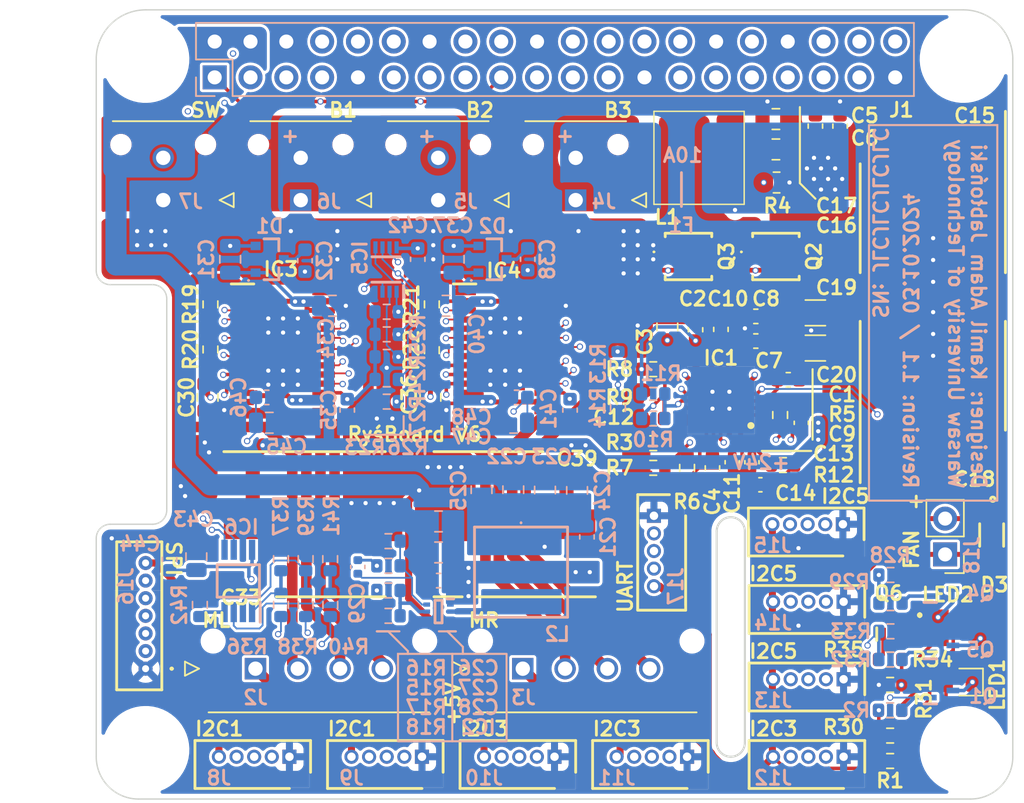
<source format=kicad_pcb>
(kicad_pcb (version 20221018) (generator pcbnew)
  (title_block (title "MiniRys RPi Hat") (date "2024-10-09") (rev "1.1") (company "Kamil Adam Jabłoński"))
  (layers (0 "F.Cu" signal) (1 "In1.Cu" signal) (2 "In2.Cu" signal) (31 "B.Cu" signal) (34 "B.Paste" user) (35 "F.Paste" user) (36 "B.SilkS" user "B.Silkscreen") (37 "F.SilkS" user "F.Silkscreen") (38 "B.Mask" user) (39 "F.Mask" user) (44 "Edge.Cuts" user))
  (net 0 "")
  (net 1 "VCC")
  (net 2 "GND")
  (net 3 "+24V")
  (net 4 "/Supply_24V/VCC_REG")
  (net 5 "/Supply_24V/COMP")
  (net 6 "Net-(IC1-SS)")
  (net 7 "/Supply_24V/VREF")
  (net 8 "Net-(C12-Pad1)")
  (net 9 "/Supply_24V/HB")
  (net 10 "/Supply_24V/SW")
  (net 11 "/Supply_24V/CSN")
  (net 12 "/Supply_24V/HO")
  (net 13 "/Supply_24V/LO")
  (net 14 "/Supply_24V/MODE")
  (net 15 "/Supply_24V/UVLO")
  (net 16 "Net-(IC1-RT)")
  (net 17 "/Supply_24V/TRK")
  (net 18 "+5V")
  (net 19 "Net-(L1-Pad1)")
  (net 20 "+3.3V")
  (net 21 "Net-(D1-common)")
  (net 22 "/Motor_Controllers/ML_CP")
  (net 23 "Net-(IC2-FB)")
  (net 24 "Net-(IC2-SW)")
  (net 25 "Net-(IC2-EN)")
  (net 26 "Net-(C14-Pad1)")
  (net 27 "Net-(D2-common)")
  (net 28 "/Motor_Controllers/MR_CP")
  (net 29 "/Motor_Controllers/ML_VBOOT")
  (net 30 "/Motor_Controllers/MR_VBOOT")
  (net 31 "/Connectors/FAN_SW")
  (net 32 "Net-(IC1-PGOOD)")
  (net 33 "/Connectors/ML_OUT2A")
  (net 34 "/Motor_Controllers/~{ML_FLAG}")
  (net 35 "/Connectors/~{SPI_CS_M}")
  (net 36 "/Motor_Controllers/~{ML_BUSY}")
  (net 37 "/Connectors/SPI_MOSI")
  (net 38 "/Connectors/SPI_CLK")
  (net 39 "/Motor_Controllers/SPI_BRIDGE")
  (net 40 "/Connectors/ML_OUT2B")
  (net 41 "/Connectors/ML_OUT1B")
  (net 42 "/Motor_Controllers/ML_ADCIN")
  (net 43 "/Connectors/~{M_STBY}")
  (net 44 "/Connectors/ML_OUT1A")
  (net 45 "/Connectors/MR_OUT1A")
  (net 46 "/Motor_Controllers/MR_ADCIN")
  (net 47 "/Connectors/MR_OUT1B")
  (net 48 "/Connectors/MR_OUT2B")
  (net 49 "/Connectors/SPI_MISO")
  (net 52 "/Motor_Controllers/~{MR_BUSY}")
  (net 53 "/Motor_Controllers/~{MR_FLAG}")
  (net 54 "/Connectors/MR_OUT2A")
  (net 55 "/Connectors/M_BUSY")
  (net 56 "/Connectors/M_FLAG")
  (net 57 "Net-(IC6-AIN0)")
  (net 58 "Net-(IC6-AIN1)")
  (net 59 "Net-(IC6-AIN2)")
  (net 60 "Net-(IC6-AIN3{slash}REF)")
  (net 61 "/Connectors/I2C1_SCL")
  (net 62 "/Connectors/I2C1_SDA")
  (net 63 "/Connectors/TOF5_EN")
  (net 64 "/Connectors/TOF4_EN")
  (net 65 "/Connectors/TOF6_EN")
  (net 66 "/Connectors/TOF2_EN")
  (net 67 "/Connectors/TOF3_EN")
  (net 68 "/Connectors/I2C5_SCL")
  (net 69 "/Connectors/I2C5_SDA")
  (net 70 "/Connectors/TOF1_EN")
  (net 71 "/Connectors/I2C3_SCL")
  (net 72 "/Connectors/~{SPI_CS_E}")
  (net 73 "/Connectors/SPI_IRQ")
  (net 74 "/Connectors/LED_GREEN")
  (net 75 "/Connectors/LED_RED")
  (net 76 "/Connectors/FAN_PWM")
  (net 77 "/Connectors/UART_RX")
  (net 78 "/Connectors/UART_TX")
  (net 79 "/Connectors/I2C3_SDA")
  (net 81 "/Connectors/CELL_2")
  (net 82 "/Connectors/CELL_1")
  (net 83 "Net-(J6-Pin_1)")
  (net 85 "Net-(LED1-A)")
  (net 86 "Net-(LED2-A1)")
  (net 87 "Net-(LED2-K1)")
  (net 88 "Net-(LED2-A2)")
  (net 89 "Net-(LED2-K2)")
  (net 90 "Net-(LED1-K)")
  (net 91 "Net-(Q4-G)")
  (net 92 "Net-(Q5-G)")
  (net 93 "Net-(Q6-G)")
  (net 96 "/Motor_Controllers/CLK_SYNC")
  (net 100 "/Connectors/CELL_3")
  (net 101 "/Motor_Controllers/3V_VREG_ML")
  (net 102 "/Motor_Controllers/3V_VREG_MR")
  (footprint "Connector_PinHeader_2.54mm:PinHeader_1x02_P2.54mm_Vertical" (layer "F.Cu") (at 81.7 60.14 180)
    (fp_text reference "J18")
    (fp_text value "Fan_Connector")
  )
  (footprint "parts:RPi_Hat_Mounting_Hole" (layer "F.Cu") (at 25 74)
    (fp_text reference "H4" hide)
    (fp_text value "MountingHole" hide)
  )
  (footprint "parts:RPi_Hat_Mounting_Hole" (layer "F.Cu") (at 83 25)
    (fp_text reference "H2" hide)
    (fp_text value "MountingHole" hide)
  )
  (footprint "parts:43045-02YY_121314" (layer "F.Cu") (at 55.5 35)
    (fp_text reference "J4")
    (fp_text value "B_Cell_3" hide)
  )
  (footprint "parts:530470510" (layer "F.Cu") (at 63.4 74.5)
    (fp_text reference "J11")
    (fp_text value "ToF2_Sensor" hide)
  )
  (footprint "parts:CAPAE1030X1100N" (layer "F.Cu") (at 80.825 48.75 90)
    (fp_text reference "C18")
    (fp_text value "100uF" hide)
  )
  (footprint "parts:CAPAE1030X1100N" (layer "F.Cu") (at 36.85 58)
    (fp_text reference "C33")
    (fp_text value "100uF" hide)
  )
  (footprint "parts:RPi_Hat_Mounting_Hole" (layer "F.Cu") (at 83 74)
    (fp_text reference "H3" hide)
    (fp_text value "MountingHole" hide)
  )
  (footprint "Resistor_SMD:R_0603_1608Metric" (layer "F.Cu") (at 61 47)
    (fp_text reference "R8")
    (fp_text value "80.6k")
  )
  (footprint "parts:530470510" (layer "F.Cu") (at 35.2 74.5)
    (fp_text reference "J8")
    (fp_text value "Temp_Sensor" hide)
  )
  (footprint "parts:530470510" (layer "F.Cu") (at 74.5 69)
    (fp_text reference "J13")
    (fp_text value "ToF4_Sensor" hide)
  )
  (footprint "Capacitor_SMD:C_0402_1005Metric" (layer "F.Cu") (at 68.6 55.2 180)
    (fp_text reference "C14")
    (fp_text value "1.5nF")
  )
  (footprint "parts:530470510" (layer "F.Cu") (at 74.5 63.5)
    (fp_text reference "J14")
    (fp_text value "ToF5_Sensor" hide)
  )
  (footprint "Capacitor_SMD:C_0805_2012Metric" (layer "F.Cu") (at 62 44 90)
    (fp_text reference "C3")
    (fp_text value "4.7uF")
  )
  (footprint "Capacitor_SMD:C_0805_2012Metric" (layer "F.Cu") (at 29.4 49 -90)
    (fp_text reference "C30")
    (fp_text value "10uF")
  )
  (footprint "parts:43650-04YY_151617" (layer "F.Cu") (at 51.75 68.25 180)
    (fp_text reference "J3")
    (fp_text value "Motor_R" hide)
  )
  (footprint "Capacitor_SMD:C_0402_1005Metric" (layer "F.Cu") (at 71.5 50.805 -90)
    (fp_text reference "C9")
    (fp_text value "100pF")
  )
  (footprint "Capacitor_SMD:C_0603_1608Metric" (layer "F.Cu") (at 74.25 29.75 90)
    (fp_text reference "C6")
    (fp_text value "100nF")
  )
  (footprint "Capacitor_SMD:C_0603_1608Metric" (layer "F.Cu") (at 61 50.5 180)
    (fp_text reference "C12")
    (fp_text value "330nF")
  )
  (footprint "Resistor_SMD:R_0603_1608Metric" (layer "F.Cu") (at 29.6 42.4 90)
    (fp_text reference "R19")
    (fp_text value "27k")
  )
  (footprint "parts:SRP6060FA4R7M" (layer "F.Cu") (at 64.25 32 -90)
    (fp_text reference "L1")
    (fp_text value "SRP6060FA-4R7M" hide)
  )
  (footprint "Capacitor_SMD:C_0603_1608Metric" (layer "F.Cu") (at 72.5 29.75 90)
    (fp_text reference "C5")
    (fp_text value "100nF")
  )
  (footprint "parts:43045-02YY_121314" (layer "F.Cu") (at 36 35)
    (fp_text reference "J6")
    (fp_text value "B_Cell_1" hide)
  )
  (footprint "Resistor_SMD:R_0603_1608Metric" (layer "F.Cu") (at 61 52.25 180)
    (fp_text reference "R3")
    (fp_text value "32.4k/.1%")
  )
  (footprint "Resistor_SMD:R_0603_1608Metric" (layer "F.Cu") (at 29.6 45.6 90)
    (fp_text reference "R20")
    (fp_text value "10k")
  )
  (footprint "parts:LSGT676P7Q71N7P724" (layer "F.Cu") (at 82.7 65.35 -90)
    (fp_text reference "LED2")
    (fp_text value "LSG_T676-P7Q7-1+N7P7-24" hide)
  )
  (footprint "parts:CAPAE1030X1100N" (layer "F.Cu") (at 80.825 35 -90)
    (fp_text reference "C15")
    (fp_text value "100uF" hide)
  )
  (footprint "parts:SOP65P640X120-29N" (layer "F.Cu") (at 34.75 45.75)
    (fp_text reference "IC3")
    (fp_text value "L6470H" hide)
  )
  (footprint "Resistor_SMD:R_0603_1608Metric" (layer "F.Cu") (at 61 48.75 180)
    (fp_text reference "R9")
    (fp_text value "12k")
  )
  (footprint "parts:530470510" (layer "F.Cu") (at 74.45 58)
    (fp_text reference "J15")
    (fp_text value "ToF6_Sensor" hide)
  )
  (footprint "Capacitor_SMD:C_1206_3216Metric" (layer "F.Cu") (at 72.5 45.5 180)
    (fp_text reference "C20")
    (fp_text value "10uF/50V")
  )
  (footprint "Capacitor_SMD:C_0603_1608Metric" (layer "F.Cu") (at 70.575 47.75 180)
    (fp_text reference "C1")
    (fp_text value "100nF")
  )
  (footprint "Capacitor_SMD:C_0603_1608Metric" (layer "F.Cu") (at 65.2 54 90)
    (fp_text reference "C4")
    (fp_text value "330nF")
  )
  (footprint "parts:SOD123" (layer "F.Cu") (at 85 58.765 -90)
    (fp_text reference "D3")
    (fp_text value "BAT54GWX" hide)
  )
  (footprint "parts:530470510" (layer "F.Cu") (at 54 74.5)
    (fp_text reference "J10")
    (fp_text value "ToF1_Sensor" hide)
  )
  (footprint "Capacitor_SMD:C_0402_1005Metric" (layer "F.Cu") (at 68 53.6 -90)
    (fp_text reference "C13")
    (fp_text value "22pF")
  )
  (footprint "Capacitor_SMD:C_0603_1608Metric" (layer "F.Cu") (at 68.275 43.25 180)
    (fp_text reference "C8")
    (fp_text value "100nF")
  )
  (footprint "Resistor_SMD:R_0603_1608Metric" (layer "F.Cu") (at 63.4 54 90)
    (fp_text reference "R6")
    (fp_text value "21k")
  )
  (footprint "parts:ISZ065N03L5SATMA1" (layer "F.Cu") (at 69.7 39 -90)
    (fp_text reference "Q2")
    (fp_text value "ISZ065N03L5S" hide)
  )
  (footprint "Resistor_SMD:R_0603_1608Metric" (layer "F.Cu") (at 77.8 73 180)
    (fp_text reference "R30")
    (fp_text value "150R")
  )
  (footprint "parts:QFN50P350X350X100-21N-D" (layer "F.Cu") (at 65.775 49.25 180)
    (fp_text reference "IC1")
    (fp_text value "LM51231QRGRRQ1" hide)
  )
  (footprint "Capacitor_SMD:C_0805_2012Metric" (layer "F.Cu") (at 45.2 49 -90)
    (fp_text reference "C36")
    (fp_text value "10uF")
  )
  (footprint "parts:43045-02YY_121314" (layer "F.Cu") (at 45.75 35)
    (fp_text reference "J5")
    (fp_text value "B_Cell_2" hide)
  )
  (footprint "Resistor_SMD:R_0603_1608Metric" (layer "F.Cu") (at 45.3 45.65 90)
    (fp_text reference "R22")
    (fp_text value "10k")
  )
  (footprint "parts:530470510" (layer "F.Cu") (at 61.05 57.4 90)
    (fp_text reference "J17")
    (fp_text value "UART_Connector" hide)
  )
  (footprint "Resistor_SMD:R_0805_2012Metric" (layer "F.Cu") (at 69.75 33.75 180)
    (fp_text reference "R4")
    (fp_text value "0.006R")
  )
  (footprint "Resistor_SMD:R_0603_1608Metric" (layer "F.Cu") (at 45.3 42.4 90)
    (fp_text reference "R21")
    (fp_text value "27k")
  )
  (footprint "Capacitor_SMD:C_1206_3216Metric" (layer "F.Cu") (at 72.5 43 180)
    (fp_text reference "C19")
    (fp_text value "10uF/50V")
  )
  (footprint "parts:RPi_Hat_Mounting_Hole" (layer "F.Cu") (at 25 25)
    (fp_text reference "H1" hide)
    (fp_text value "MountingHole" hide)
  )
  (footprint "parts:43045-02YY_121314" (layer "F.Cu") (at 26.25 35)
    (fp_text reference "J7")
    (fp_text value "SW" hide)
  )
  (footprint "Resistor_SMD:R_0603_1608Metric" (layer "F.Cu") (at 77.8 67.6 180)
    (fp_text reference "R35")
    (fp_text value "150R")
  )
  (footprint "Resistor_SMD:R_0603_1608Metric" (layer "F.Cu") (at 70 50.25 -90)
    (fp_text reference "R5")
    (fp_text value "100R")
  )
  (footprint "parts:530470710" (layer "F.Cu") (at 25 68.25 -90)
    (fp_text reference "J16")
    (fp_text value "SPI_Connector" hide)
  )
  (footprint "Capacitor_SMD:C_0603_1608Metric" (layer "F.Cu") (at 68.275 45 180)
    (fp_text reference "C7")
    (fp_text value "100nF")
  )
  (footprint "parts:CAPAE1030X1100N" (layer "F.Cu") (at 50.6 58 180)
    (fp_text reference "C39")
    (fp_text value "100uF" hide)
  )
  (footprint "parts:530470510" (layer "F.Cu") (at 74.5 74.5)
    (fp_text reference "J12")
    (fp_text value "ToF3_Sensor" hide)
  )
  (footprint "Resistor_SMD:R_0603_1608Metric" (layer "F.Cu") (at 77.8 74.8)
    (fp_text reference "R1")
    (fp_text value "150R")
  )
  (footprint "parts:SOP65P640X120-29N" (layer "F.Cu") (at 50.5 45.75)
    (fp_text reference "IC4")
    (fp_text value "L6470H" hide)
  )
  (footprint "Capacitor_SMD:C_0603_1608Metric" (layer "F.Cu") (at 65.8 44.175 90)
    (fp_text reference "C10")
    (fp_text value "100nF")
  )
  (footprint "Capacitor_SMD:C_0603_1608Metric" (layer "F.Cu") (at 64 44.2 90)
    (fp_text reference "C2")
    (fp_text value "100nF")
  )
  (footprint "parts:43650-04YY_151617" (layer "F.Cu") (at 32.79215 68.25 180)
    (fp_text reference "J2")
    (fp_text value "Motor_L" hide)
  )
  (footprint "parts:530470510" (layer "F.Cu") (at 44.6 74.5)
    (fp_text reference "J9")
    (fp_text value "IMU_Sensor" hide)
  )
  (footprint "parts:ISZ065N03L5SATMA1" (layer "F.Cu") (at 63.5 39 -90)
    (fp_text reference "Q3")
    (fp_text value "ISZ065N03L5S" hide)
  )
  (footprint "Resistor_SMD:R_0603_1608Metric" (layer "F.Cu") (at 77.8 69.4 180)
    (fp_text reference "R34")
    (fp_text value "100k")
  )
  (footprint "parts:SOT50P160X80-3N" (layer "F.Cu") (at 77.8 65 90)
    (fp_text reference "Q6")
    (fp_text value "DMG1012T-7" hide)
  )
  (footprint "Capacitor_SMD:C_0805_2012Metric" (layer "F.Cu") (at 69.7 31.4 180)
    (fp_text reference "C17")
    (fp_text value "10uF")
  )
  (footprint "LED_SMD:LED_0805_2012Metric" (layer "F.Cu") (at 82.7 69.2 180)
    (fp_text reference "LED1")
    (fp_text value "GREEN")
  )
  (footprint "Resistor_SMD:R_0603_1608Metric" (layer "F.Cu") (at 70.2 53.8)
    (fp_text reference "R12")
    (fp_text value "59k")
  )
  (footprint "Capacitor_SMD:C_0402_1005Metric" (layer "F.Cu") (at 66.6 53.6 -90)
    (fp_text reference "C11")
    (fp_text value "470pF")
  )
  (footprint "Capacitor_SMD:C_0805_2012Metric" (layer "F.Cu") (at 69.7 29.25 180)
    (fp_text reference "C16")
    (fp_text value "10uF")
  )
  (footprint "Resistor_SMD:R_0603_1608Metric" (layer "F.Cu") (at 61 54 180)
    (fp_text reference "R7")
    (fp_text value "14k")
  )
  (footprint "Resistor_SMD:R_0603_1608Metric" (layer "F.Cu") (at 77.8 71.2 180)
    (fp_text reference "R31")
    (fp_text value "150R")
  )
  (footprint "Resistor_SMD:R_0603_1608Metric" (layer "B.Cu") (at 61 50.5 180)
    (fp_text reference "R10")
    (fp_text value "0R")
  )
  (footprint "Resistor_SMD:R_0603_1608Metric" (layer "B.Cu") (at 42.1 46.125)
    (fp_text reference "R27")
    (fp_text value "38.3k")
  )
  (footprint "Resistor_SMD:R_0603_1608Metric" (layer "B.Cu") (at 36.35 60.475 90)
    (fp_text reference "R39")
    (fp_text value "10k")
  )
  (footprint "Capacitor_SMD:C_0603_1608Metric" (layer "B.Cu") (at 36.3 39.3 -90)
    (fp_text reference "C32")
    (fp_text value "10nF")
  )
  (footprint "Capacitor_SMD:C_0603_1608Metric" (layer "B.Cu") (at 39.3 49.9 90)
    (fp_text reference "C35")
    (fp_text value "100nF")
  )
  (footprint "Capacitor_SMD:C_0805_2012Metric" (layer "B.Cu") (at 51.075 55.55 90)
    (fp_text reference "C22")
    (fp_text value "10uF")
  )
  (footprint "Resistor_SMD:R_0603_1608Metric" (layer "B.Cu") (at 34.6 63.725 90)
    (fp_text reference "R36")
    (fp_text value "15k")
  )
  (footprint "Resistor_SMD:R_0603_1608Metric" (layer "B.Cu") (at 77.825 67.6 180)
    (fp_text reference "R32")
    (fp_text value "150R")
  )
  (footprint "Capacitor_SMD:C_0603_1608Metric" (layer "B.Cu") (at 51.3 49 180)
    (fp_text reference "C48")
    (fp_text value "100nF")
  )
  (footprint "Resistor_SMD:R_0603_1608Metric" (layer "B.Cu") (at 38.1 63.725 90)
    (fp_text reference "R40")
    (fp_text value "56k")
  )
  (footprint "Resistor_SMD:R_0603_1608Metric" (layer "B.Cu") (at 42.1 49.3)
    (fp_text reference "R23")
    (fp_text value "38.3k")
  )
  (footprint "Capacitor_SMD:C_0805_2012Metric" (layer "B.Cu") (at 55.6 55.6 90)
    (fp_text reference "C24")
    (fp_text value "10uF")
  )
  (footprint "parts:SOT50P160X80-3N" (layer "B.Cu") (at 81.45 66.6)
    (fp_text reference "Q5")
    (fp_text value "DMG1012T-7" hide)
  )
  (footprint "Connector_PinSocket_2.54mm:PinSocket_2x20_P2.54mm_Vertical" (layer "B.Cu") (at 29.9 26.29 -90)
    (fp_text reference "J1")
    (fp_text value "RPi_GPIO")
  )
  (footprint "Capacitor_SMD:C_0603_1608Metric" (layer "B.Cu") (at 45.775 62 180)
    (fp_text reference "C28")
    (fp_text value "100nF")
  )
  (footprint "Capacitor_SMD:C_0805_2012Metric" (layer "B.Cu") (at 28.6 60.3 90)
    (fp_text reference "C43")
    (fp_text value "4.7uF")
  )
  (footprint "Capacitor_SMD:C_0805_2012Metric" (layer "B.Cu") (at 46.85 39.2 -90)
    (fp_text reference "C37")
    (fp_text value "220nF")
  )
  (footprint "Resistor_SMD:R_0603_1608Metric" (layer "B.Cu") (at 42.225 64.5 180)
    (fp_text reference "R18")
    (fp_text value "17.4k")
  )
  (footprint "Resistor_SMD:R_0603_1608Metric" (layer "B.Cu") (at 28.85 63.725 90)
    (fp_text reference "R42")
    (fp_text value "10k")
  )
  (footprint "Resistor_SMD:R_0603_1608Metric" (layer "B.Cu") (at 77.825 65.6)
    (fp_text reference "R33")
    (fp_text value "100k")
  )
  (footprint "Capacitor_SMD:C_0805_2012Metric" (layer "B.Cu") (at 45.775 57.8 180)
    (fp_text reference "C26")
    (fp_text value "10uF")
  )
  (footprint "Capacitor_SMD:C_0603_1608Metric" (layer "B.Cu") (at 44.3 39.2 -90)
    (fp_text reference "C42")
    (fp_text value "100nF")
  )
  (footprint "parts:SOT50P160X80-3N" (layer "B.Cu") (at 81.45 62.6)
    (fp_text reference "Q4")
    (fp_text value "DMG1012T-7" hide)
  )
  (footprint "Resistor_SMD:R_0603_1608Metric" (layer "B.Cu") (at 42.225 59.2 180)
    (fp_text reference "R16")
    (fp_text value "30k")
  )
  (footprint "parts:SOT50P160X80-3N" (layer "B.Cu") (at 81.45 69.8)
    (fp_text reference "Q1")
    (fp_text value "DMG1012T-7" hide)
  )
  (footprint "Capacitor_SMD:C_0805_2012Metric" (layer "B.Cu") (at 45.775 60 180)
    (fp_text reference "C27")
    (fp_text value "10uF")
  )
  (footprint "parts:SOTFL50P160X60-6N" (layer "B.Cu") (at 45.775 64.2 180)
    (fp_text reference "IC2")
    (fp_text value "TPS564242DRLR" hide)
  )
  (footprint "Resistor_SMD:R_0603_1608Metric" (layer "B.Cu") (at 77.8 71.2 180)
    (fp_text reference "R2")
    (fp_text value "12k")
  )
  (footprint "Resistor_SMD:R_0603_1608Metric" (layer "B.Cu") (at 61 48.75 180)
    (fp_text reference "R11")
    (fp_text value "0R")
  )
  (footprint "Resistor_SMD:R_0603_1608Metric" (layer "B.Cu") (at 42.225 60.95)
    (fp_text reference "R15")
    (fp_text value "220k")
  )
  (footprint "Capacitor_SMD:C_0805_2012Metric" (layer "B.Cu") (at 31 39.2 -90)
    (fp_text reference "C31")
    (fp_text value "220nF")
  )
  (footprint "Capacitor_SMD:C_0402_1005Metric" (layer "B.Cu") (at 40.05 61.03 90)
    (fp_text reference "C29")
    (fp_text value "33pF")
  )
  (footprint "Capacitor_SMD:C_0805_2012Metric" (layer "B.Cu") (at 38.25 42.5 180)
    (fp_text reference "C34")
    (fp_text value "220nF")
  )
  (footprint "parts:SRP6050CA1R8M" (layer "B.Cu") (at 51.625 61.4)
    (fp_text reference "L2")
    (fp_text value "SRP6050CA-1R8M" hide)
  )
  (footprint "Resistor_SMD:R_0603_1608Metric" (layer "B.Cu") (at 58.5 49.75 -90)
    (fp_text reference "R14")
    (fp_text value "0R")
  )
  (footprint "parts:FUSC6126X270N" (layer "B.Cu") (at 63 34.25 180)
    (fp_text reference "F1")
    (fp_text value "10A Fuse" hide)
  )
  (footprint "parts:BAV99215" (layer "B.Cu") (at 33.8 39.2 90)
    (fp_text reference "D1")
    (fp_text value "BAV99" hide)
  )
  (footprint "Resistor_SMD:R_0603_1608Metric" (layer "B.Cu") (at 34.6 60.475 90)
    (fp_text reference "R37")
    (fp_text value "10k")
  )
  (footprint "Resistor_SMD:R_0603_1608Metric" (layer "B.Cu") (at 38.09 60.475 90)
    (fp_text reference "R41")
    (fp_text value "10k")
  )
  (footprint "Resistor_SMD:R_0603_1608Metric" (layer "B.Cu") (at 42.1 44.525)
    (fp_text reference "R24")
    (fp_text value "38.3k")
  )
  (footprint "Capacitor_SMD:C_0603_1608Metric" (layer "B.Cu") (at 56.3 58.9 -90)
    (fp_text reference "C21")
    (fp_text value "100nF")
  )
  (footprint "Capacitor_SMD:C_0805_2012Metric" (layer "B.Cu") (at 51.1 50.8 180)
    (fp_text reference "C47")
    (fp_text value "10uF")
  )
  (footprint "Capacitor_SMD:C_0805_2012Metric" (layer "B.Cu") (at 33.775 50.8)
    (fp_text reference "C45")
    (fp_text value "10uF")
  )
  (footprint "parts:SOP50P310X100-8N" (layer "B.Cu") (at 42.05 39.925 90)
    (fp_text reference "IC5")
    (fp_text value "74AUP2G00DC,125" hide)
  )
  (footprint "Resistor_SMD:R_0603_1608Metric" (layer "B.Cu") (at 77.825 63.6)
    (fp_text reference "R29")
    (fp_text value "150R")
  )
  (footprint "Capacitor_SMD:C_0805_2012Metric" (layer "B.Cu") (at 53.325 55.575 90)
    (fp_text reference "C23")
    (fp_text value "10uF")
  )
  (footprint "Resistor_SMD:R_0603_1608Metric" (layer "B.Cu") (at 42.1 47.725)
    (fp_text reference "R26")
    (fp_text value "38.3k")
  )
  (footprint "Resistor_SMD:R_0603_1608Metric" (layer "B.Cu") (at 42.1 42.925)
    (fp_text reference "R25")
    (fp_text value "38.3k")
  )
  (footprint "Capacitor_SMD:C_0805_2012Metric" (layer "B.Cu") (at 46.3 42.5)
    (fp_text reference "C40")
    (fp_text value "220nF")
  )
  (footprint "Resistor_SMD:R_0603_1608Metric" (layer "B.Cu") (at 42.225 62.7)
    (fp_text reference "R17")
    (fp_text value "100k")
  )
  (footprint "Resistor_SMD:R_0603_1608Metric" (layer "B.Cu") (at 77.825 61.6 180)
    (fp_text reference "R28")
    (fp_text value "100k")
  )
  (footprint "Resistor_SMD:R_0603_1608Metric" (layer "B.Cu") (at 58.5 46.575 90)
    (fp_text reference "R13")
    (fp_text value "0R")
  )
  (footprint "parts:SOP65P490X110-8N" (layer "B.Cu") (at 31.575 62.025 90)
    (fp_text reference "IC6")
    (fp_text value "MAX11613EUA+T" hide)
  )
  (footprint "Capacitor_SMD:C_0603_1608Metric" (layer "B.Cu") (at 26.7 60.5 90)
    (fp_text reference "C44")
    (fp_text value "100nF")
  )
  (footprint "Capacitor_SMD:C_0603_1608Metric" (layer "B.Cu") (at 55.1 49.9 90)
    (fp_text reference "C41")
    (fp_text value "100nF")
  )
  (footprint "Capacitor_SMD:C_0603_1608Metric" (layer "B.Cu") (at 33.6 49)
    (fp_text reference "C46")
    (fp_text value "100nF")
  )
  (footprint "Capacitor_SMD:C_0603_1608Metric" (layer "B.Cu") (at 52.1 39.2 -90)
    (fp_text reference "C38")
    (fp_text value "10nF")
  )
  (footprint "Resistor_SMD:R_0603_1608Metric" (layer "B.Cu") (at 36.35 63.725 90)
    (fp_text reference "R38")
    (fp_text value "36k")
  )
  (footprint "Capacitor_SMD:C_0805_2012Metric" (layer "B.Cu") (at 48.825 55.55 90)
    (fp_text reference "C25")
    (fp_text value "10uF")
  )
  (footprint "parts:BAV99215" (layer "B.Cu") (at 49.6 39.2 90)
    (fp_text reference "D2")
    (fp_text value "BAV99" hide)
  )
  (gr_line (start 46.75 73.4) (end 46.75 67.2) (stroke (width 0.15)) (layer "B.SilkS"))
  (gr_line (start 42.2 65.6) (end 41.4 65.6) (stroke (width 0.15)) (layer "B.SilkS"))
  (gr_line (start 41.4 65.6) (end 43 65.6) (stroke (width 0.15)) (layer "B.SilkS"))
  (gr_line (start 40.55 51.65) (end 43.3 51.65) (stroke (width 0.15)) (layer "B.SilkS"))
  (gr_line (start 46.4 65.6) (end 47.5 66.7) (stroke (width 0.15)) (layer "B.SilkS"))
  (gr_line (start 42.2 65.6) (end 43.6 67) (stroke (width 0.15)) (layer "B.SilkS"))
  (gr_line (start 43.6 67.2) (end 43.6 67) (stroke (width 0.15)) (layer "B.SilkS"))
  (gr_line (start 47.5 66.7) (end 47.5 67.2) (stroke (width 0.15)) (layer "B.SilkS"))
  (gr_line (start 47 65.6) (end 45.8 65.6) (stroke (width 0.15)) (layer "B.SilkS"))
  (gr_line (start 43.3 51.65) (end 43.3 50.325) (stroke (width 0.15)) (layer "B.SilkS"))
  (gr_rect (start 42.9 67.2) (end 50.6 73.4) (stroke (width 0.15)) (fill none) (layer "B.SilkS"))
  (gr_line (start 46.4 65.6) (end 47 65.6) (stroke (width 0.15)) (layer "B.SilkS"))
  (gr_line (start 72.5 34.9) (end 71.4 33.8) (stroke (width 0.15)) (layer "F.SilkS"))
  (gr_line (start 71.4 33.8) (end 71.4 28.4) (stroke (width 0.15)) (layer "F.SilkS"))
  (gr_line (start 72.3 47) (end 72.3 52) (stroke (width 0.15)) (layer "F.SilkS"))
  (gr_line (start 72.2 52.8) (end 68.7 52.8) (stroke (width 0.15)) (layer "F.SilkS"))
  (gr_arc locked (start 66.5 74.5) (mid 65.792893 74.207107) (end 65.5 73.5) (stroke (width 0.15)) (layer "Edge.Cuts"))
  (gr_line locked (start 26.5 42) (end 26.5 57) (stroke (width 0.1)) (layer "Edge.Cuts"))
  (gr_arc locked (start 67.5 73.5) (mid 67.207107 74.207107) (end 66.5 74.5) (stroke (width 0.15)) (layer "Edge.Cuts"))
  (gr_line locked (start 25.5 58) (end 22.5 58) (stroke (width 0.1)) (layer "Edge.Cuts"))
  (gr_line locked (start 22.5 41) (end 25.5 41) (stroke (width 0.1)) (layer "Edge.Cuts"))
  (gr_arc locked (start 65.5 58.5) (mid 65.792893 57.792893) (end 66.5 57.5) (stroke (width 0.15)) (layer "Edge.Cuts"))
  (gr_arc locked (start 24.5 77.5) (mid 22.37868 76.62132) (end 21.5 74.5) (stroke (width 0.1)) (layer "Edge.Cuts"))
  (gr_line locked (start 65.5 58.5) (end 65.5 73.5) (stroke (width 0.15)) (layer "Edge.Cuts"))
  (gr_arc locked (start 83 21.5) (mid 85.474874 22.525126) (end 86.5 25) (stroke (width 0.1)) (layer "Edge.Cuts"))
  (gr_arc locked (start 21.5 25) (mid 22.525126 22.525126) (end 25 21.5) (stroke (width 0.1)) (layer "Edge.Cuts"))
  (gr_arc locked (start 26.5 57) (mid 26.207107 57.707107) (end 25.5 58) (stroke (width 0.1)) (layer "Edge.Cuts"))
  (gr_arc locked (start 86.5 74.5) (mid 85.62132 76.62132) (end 83.5 77.5) (stroke (width 0.1)) (layer "Edge.Cuts"))
  (gr_line locked (start 67.5 73.5) (end 67.5 58.5) (stroke (width 0.15)) (layer "Edge.Cuts"))
  (gr_arc locked (start 21.5 59) (mid 21.792893 58.292893) (end 22.5 58) (stroke (width 0.1)) (layer "Edge.Cuts"))
  (gr_line locked (start 21.5 25) (end 21.5 40) (stroke (width 0.1)) (layer "Edge.Cuts"))
  (gr_arc locked (start 25.5 41) (mid 26.207107 41.292893) (end 26.5 42) (stroke (width 0.1)) (layer "Edge.Cuts"))
  (gr_line locked (start 86.5 74.5) (end 86.5 25) (stroke (width 0.1)) (layer "Edge.Cuts"))
  (gr_line locked (start 24.5 77.5) (end 83.5 77.5) (stroke (width 0.1)) (layer "Edge.Cuts"))
  (gr_arc locked (start 66.5 57.5) (mid 67.207107 57.792893) (end 67.5 58.5) (stroke (width 0.15)) (layer "Edge.Cuts"))
  (gr_line locked (start 83 21.5) (end 25 21.5) (stroke (width 0.1)) (layer "Edge.Cuts"))
  (gr_line locked (start 21.5 59) (end 21.5 74.5) (stroke (width 0.1)) (layer "Edge.Cuts"))
  (gr_arc locked (start 22.5 41) (mid 21.792893 40.707107) (end 21.5 40) (stroke (width 0.1)) (layer "Edge.Cuts"))
  (gr_text "SN: JLCJLCJLCJLC" (at 76.5 43.5 -90) (layer "B.SilkS") (effects (font (size 1 1) (thickness 0.2) bold) (justify left bottom mirror)))
  (gr_text "10A" (at 64.6 32.4) (layer "B.SilkS") (effects (font (size 1 1) (thickness 0.2) bold) (justify left bottom mirror)))
  (gr_text "+" (at 55.5 31) (layer "B.SilkS") (effects (font (size 1 1) (thickness 0.2) bold) (justify left bottom mirror)))
  (gr_text "+24V" (at 70.8 54.2) (layer "B.SilkS") (effects (font (size 1 1) (thickness 0.2) bold) (justify left bottom mirror)))
  (gr_text "+" (at 36 31) (layer "B.SilkS") (effects (font (size 1 1) (thickness 0.2) bold) (justify left bottom mirror)))
  (gr_text "+" (at 45.7 31) (layer "B.SilkS") (effects (font (size 1 1) (thickness 0.2) bold) (justify left bottom mirror)))
  (gr_text "I2C5" (at 67.7 62.1) (layer "F.SilkS") (effects (font (size 1 1) (thickness 0.2) bold) (justify left bottom)))
  (gr_text "ML" (at 28.9 65.4) (layer "F.SilkS") (effects (font (size 1 1) (thickness 0.2) bold) (justify left bottom)))
  (gr_text "+5V" (at 47.4 72.4 90) (layer "F.SilkS") (effects (font (size 1 1) (thickness 0.2) bold) (justify left bottom)))
  (gr_text "I2C3" (at 47.2 73.1) (layer "F.SilkS") (effects (font (size 1 1) (thickness 0.2) bold) (justify left bottom)))
  (gr_text "I2C1" (at 28.4 73.1) (layer "F.SilkS") (effects (font (size 1 1) (thickness 0.2) bold) (justify left bottom)))
  (gr_text "FAN" (at 79.9 61.3 90) (layer "F.SilkS") (effects (font (size 1 1) (thickness 0.2) bold) (justify left bottom)))
  (gr_text "UART" (at 59.6 64.4 90) (layer "F.SilkS") (effects (font (size 1 1) (thickness 0.2) bold) (justify left bottom)))
  (gr_text "I2C3" (at 67.7 73.1) (layer "F.SilkS") (effects (font (size 1 1) (thickness 0.2) bold) (justify left bottom)))
  (gr_text "B2" (at 47.6 29.2) (layer "F.SilkS") (effects (font (size 1 1) (thickness 0.2) bold) (justify left bottom)))
  (gr_text "MR" (at 47.8 65.4) (layer "F.SilkS") (effects (font (size 1 1) (thickness 0.2) bold) (justify left bottom)))
  (gr_text "B1" (at 37.9 29.2) (layer "F.SilkS") (effects (font (size 1 1) (thickness 0.2) bold) (justify left bottom)))
  (gr_text "SPI\n" (at 26.4 59.1 270) (layer "F.SilkS") (effects (font (size 1 1) (thickness 0.2) bold) (justify left bottom)))
  (gr_text "I2C5" (at 72.8 56.6) (layer "F.SilkS") (effects (font (size 1 1) (thickness 0.2) bold) (justify left bottom)))
  (gr_text "I2C1" (at 37.8 73.1) (layer "F.SilkS") (effects (font (size 1 1) (thickness 0.2) bold) (justify left bottom)))
  (gr_text "B3" (at 57.4 29.2) (layer "F.SilkS") (effects (font (size 1 1) (thickness 0.2) bold) (justify left bottom)))
  (gr_text "SW" (at 28.1 29.2) (layer "F.SilkS") (effects (font (size 1 1) (thickness 0.2) bold) (justify left bottom)))
  (gr_text "+" (at 78.9 56.9) (layer "F.SilkS") (effects (font (size 1 1) (thickness 0.2) bold) (justify left bottom)))
  (gr_text "I2C3" (at 56.6 73.1) (layer "F.SilkS") (effects (font (size 1 1) (thickness 0.2) bold) (justify left bottom)))
  (gr_text "RyśBoard V6" (at 39.2 52.2) (layer "F.SilkS") (effects (font (size 1 1) (thickness 0.2) bold) (justify left bottom)))
  (gr_text "I2C5" (at 67.7 67.6) (layer "F.SilkS") (effects (font (size 1 1) (thickness 0.2) bold) (justify left bottom)))
  (gr_text_box "Designer: Kamil Adam Jabłoński\nWarsaw University of Technology\n\nRevision: 1.1 / 03.10.2024" (start 85.4 29.675) (end 76.3 56.325) (angle 270) (layer "B.SilkS") (effects (font (size 1 1) (thickness 0.2) bold) (justify left top mirror)) (stroke (width 0.15)))
  (segment (start 70.871231 51.878769) (end 70.871231 50.728769) (width 0.25) (layer "F.Cu") (net 1))
  (segment (start 70.392462 50.25) (end 70.871231 50.728769) (width 0.25) (layer "F.Cu") (net 1))
  (segment (start 71.427462 51.285) (end 71.5 51.285) (width 0.25) (layer "F.Cu") (net 1))
  (segment (start 70.871231 50.728769) (end 71.427462 51.285) (width 0.25) (layer "F.Cu") (net 1))
  (segment (start 70.75 52) (end 70.871231 51.878769) (width 0.25) (layer "F.Cu") (net 1))
  (segment (start 67.475 50.25) (end 70.392462 50.25) (width 0.25) (layer "F.Cu") (net 1))
  (segment (start 64.282106 44.975) (end 65.775 46.467894) (width 0.25) (layer "F.Cu") (net 1))
  (segment (start 64 44.975) (end 64.282106 44.975) (width 0.25) (layer "F.Cu") (net 1))
  (segment (start 65.775 46.467894) (end 65.775 47.55) (width 0.25) (layer "F.Cu") (net 1))
  (via (at 72.4 32) (size 0.45) (drill 0.3) (layers "F.Cu" "B.Cu") (net 1))
  (via (at 64 44.975) (size 0.45) (drill 0.3) (layers "F.Cu" "B.Cu") (net 1))
  (via (at 73.9 34.25) (size 0.45) (drill 0.3) (layers "F.Cu" "B.Cu") (net 1))
  (via (at 73.4 32) (size 0.45) (drill 0.3) (layers "F.Cu" "B.Cu") (net 1))
  (via (at 71.9 32.75) (size 0.45) (drill 0.3) (layers "F.Cu" "B.Cu") (net 1))
  (via (at 73.4 33.5) (size 0.45) (drill 0.3) (layers "F.Cu" "B.Cu") (net 1))
  (via (at 70.6625 33.75) (size 0.45) (drill 0.3) (layers "F.Cu" "B.Cu") (net 1))
  (via (at 47.9 61.1) (size 0.45) (drill 0.3) (layers "F.Cu" "B.Cu") (net 1))
  (via (at 72.4 33.5) (size 0.45) (drill 0.3) (layers "F.Cu" "B.Cu") (net 1))
  (via (at 60.175 47) (size 0.45) (drill 0.3) (layers "F.Cu" "B.Cu") (net 1))
  (via (at 47.9 62.1) (size 0.45) (drill 0.3) (layers "F.Cu" "B.Cu") (net 1))
  (via (at 56.5 61.4) (size 0.45) (drill 0.3) (layers "F.Cu" "B.Cu") (net 1))
  (via (at 70.75 52) (size 0.45) (drill 0.3) (layers "F.Cu" "B.Cu") (net 1))
  (via (at 72.9 34.25) (size 0.45) (drill 0.3) (layers "F.Cu" "B.Cu") (net 1))
  (via (at 74.4 33.5) (size 0.45) (drill 0.3) (layers "F.Cu" "B.Cu") (net 1))
  (via (at 72.9 32.75) (size 0.45) (drill 0.3) (layers "F.Cu" "B.Cu") (net 1))
  (via (at 55.5 61.4) (size 0.45) (drill 0.3) (layers "F.Cu" "B.Cu") (net 1))
  (via (at 66.8 35.7) (size 0.45) (drill 0.3) (layers "F.Cu" "B.Cu") (net 1))
  (via (at 41.4 62.7) (size 0.45) (drill 0.3) (layers "F.Cu" "B.Cu") (net 1))
  (via (at 47.9 63.1) (size 0.45) (drill 0.3) (layers "F.Cu" "B.Cu") (net 1))
  (via (at 73.9 32.75) (size 0.45) (drill 0.3) (layers "F.Cu" "B.Cu") (net 1))
  (segment (start 60.175 47) (end 60.175 48.75) (width 0.25) (layer "B.Cu") (net 1))
  (segment (start 63.025 44) (end 64 44.975) (width 0.25) (layer "B.Cu") (net 1))
  (segment (start 60.175 47) (end 60.175 45.025) (width 0.25) (layer "B.Cu") (net 1))
  (segment (start 61.2 44) (end 63.025 44) (width 0.25) (layer "B.Cu") (net 1))
  (segment (start 60.175 45.025) (end 61.2 44) (width 0.25) (layer "B.Cu") (net 1))
  (segment (start 67.3 54.7) (end 67.2 54.8) (width 0.25) (layer "F.Cu") (net 2))
  (segment (start 34.75 47.6) (end 34.75 45.75) (width 0.35) (layer "F.Cu") (net 2))
  (segment (start 73.475 28) (end 72.5 28.975) (width 0.25) (layer "F.Cu") (net 2))
  (segment (start 78.3 66.4) (end 78.3 65.8) (width 0.35) (layer "F.Cu") (net 2))
  (segment (start 29.9 46.725) (end 31.875 46.725) (width 0.25) (layer "F.Cu") (net 2))
  (segment (start 46.325498 49.599502) (end 46.325498 49.9) (width 0.25) (layer "F.Cu") (net 2))
  (segment (start 45.65 46.725) (end 47.625 46.725) (width 0.25) (layer "F.Cu") (net 2))
  (segment (start 63.825 46.6) (end 63 46.6) (width 0.35) (layer "F.Cu") (net 2))
  (segment (start 35.075 46.075) (end 34.75 45.75) (width 0.35) (layer "F.Cu") (net 2))
  (segment (start 64.775 47.55) (end 63.825 46.6) (width 0.35) (layer "F.Cu") (net 2))
  (segment (start 35.05 43.6) (end 34.75 43.9) (width 0.35) (layer "F.Cu") (net 2))
  (segment (start 47.625 49.325) (end 47.525 49.425) (width 0.25) (layer "F.Cu") (net 2))
  (segment (start 34.35 48) (end 34.25 48.1) (width 0.35) (layer "F.Cu") (net 2))
  (segment (start 67.5 45) (end 67.5 43.25) (width 0.25) (layer "F.Cu") (net 2))
  (segment (start 34.75 43.9) (end 34.75 45.75) (width 0.35) (layer "F.Cu") (net 2))
  (segment (start 68.6 28.5) (end 68.6 31.3) (width 0.25) (layer "F.Cu") (net 2))
  (segment (start 47.525 49.425) (end 46.5 49.425) (width 0.25) (layer "F.Cu") (net 2))
  (segment (start 33.875 46.6) (end 33.9 46.6) (width 0.25) (layer "F.Cu") (net 2))
  (segment (start 35.675 43.6) (end 35.05 43.6) (width 0.35) (layer "F.Cu") (net 2))
  (segment (start 72.2 44.325) (end 72.2 44.175) (width 0.25) (layer "F.Cu") (net 2))
  (segment (start 53.375 42.175) (end 54.475 42.175) (width 0.25) (layer "F.Cu") (net 2))
  (segment (start 62.2 51.4) (end 59.4 51.4) (width 0.25) (layer "F.Cu") (net 2))
  (segment (start 60.8 45.6) (end 60.8 43.4) (width 0.35) (layer "F.Cu") (net 2))
  (segment (start 71.025 45.5) (end 72.2 44.325) (width 0.25) (layer "F.Cu") (net 2))
  (segment (start 74.25 28) (end 73.475 28) (width 0.25) (layer "F.Cu") (net 2))
  (segment (start 33.875 48) (end 33.775 48) (width 0.35) (layer "F.Cu") (net 2))
  (segment (start 30.75 49.425) (end 31.775 49.425) (width 0.25) (layer "F.Cu") (net 2))
  (segment (start 66.275 50.95) (end 66.275 51.475) (width 0.25) (layer "F.Cu") (net 2))
  (segment (start 72.2 44.25) (end 71.35 45.1) (width 0.25) (layer "F.Cu") (net 2))
  (segment (start 67.3 52.5) (end 67.3 54.7) (width 0.25) (layer "F.Cu") (net 2))
  (segment (start 34.25 48.1) (end 34.8 48.1) (width 0.35) (layer "F.Cu") (net 2))
  (segment (start 33.975 48) (end 34.35 48) (width 0.35) (layer "F.Cu") (net 2))
  (segment (start 69.1 28) (end 68.6 28.5) (width 0.25) (layer "F.Cu") (net 2))
  (segment (start 34.8 47.55) (end 34.75 47.6) (width 0.35) (layer "F.Cu") (net 2))
  (segment (start 34.8 48.1) (end 34.8 47.55) (width 0.35) (layer "F.Cu") (net 2))
  (segment (start 68.6 31.3) (end 68.8 31.5) (width 0.25) (layer "F.Cu") (net 2))
  (segment (start 31.875 46.725) (end 33.75 46.725) (width 0.35) (layer "F.Cu") (net 2))
  (segment (start 38.875 42.175) (end 37.625 42.175) (width 0.25) (layer "F.Cu") (net 2))
  (segment (start 66.275 49.925) (end 66.4 49.8) (width 0.25) (layer "F.Cu") (net 2))
  (segment (start 29.4 49.95) (end 30.525498 49.95) (width 0.25) (layer "F.Cu") (net 2))
  (segment (start 46.5 49.425) (end 46.325498 49.599502) (width 0.25) (layer "F.Cu") (net 2))
  (segment (start 65.125 48.6) (end 64.825 48.3) (width 0.25) (layer "F.Cu") (net 2))
  (segment (start 66.275 51.475) (end 67.3 52.5) (width 0.25) (layer "F.Cu") (net 2))
  (segment (start 64.825 47.6) (end 64.775 47.55) (width 0.25) (layer "F.Cu") (net 2))
  (segment (start 45.25 49.9) (end 45.2 49.95) (width 0.25) (layer "F.Cu") (net 2))
  (segment (start 71.35 45.1) (end 71.35 47.75) (width 0.25) (layer "F.Cu") (net 2))
  (segment (start 33.7 48.1) (end 33.975 48) (width 0.35) (layer "F.Cu") (net 2))
  (segment (start 61.2 46) (end 60.8 45.6) (width 0.35) (layer "F.Cu") (net 2))
  (segment (start 45.4 46.475) (end 45.65 46.725) (width 0.25) (layer "F.Cu") (net 2))
  (segment (start 33.775 48) (end 33.7 48.1) (width 0.35) (layer "F.Cu") (net 2))
  (segment (start 31.775 49.425) (end 31.875 49.325) (width 0.25) (layer "F.Cu") (net 2))
  (segment (start 49.45 46.725) (end 49.575 46.6) (width 0.35) (layer "F.Cu") (net 2))
  (segment (start 54.475 42.175) (end 54.8 42.5) (width 0.25) (layer "F.Cu") (net 2))
  (segment (start 37.625 46.075) (end 35.075 46.075) (width 0.35) (layer "F.Cu") (net 2))
  (segment (start 47.625 46.725) (end 49.45 46.725) (width 0.35) (layer "F.Cu") (net 2))
  (segment (start 53.375 46.075) (end 50.825 46.075) (width 0.35) (layer "F.Cu") (net 2))
  (segment (start 77.8 66.9) (end 78.3 66.4) (width 0.35) (layer "F.Cu") (net 2))
  (segment (start 33.9 46.6) (end 34.75 45.75) (width 0.25) (layer "F.Cu") (net 2))
  (segment (start 64.075 49.75) (end 63.375 49.75) (width 0.25) (layer "F.Cu") (net 2))
  (segment (start 74.25 28) (end 74.25 28.975) (width 0.25) (layer "F.Cu") (net 2))
  (segment (start 63 50.125) (end 63 50.6) (width 0.25) (layer "F.Cu") (net 2))
  (segment (start 66.275 50.95) (end 66.275 49.925) (width 0.25) (layer "F.Cu") (net 2))
  (segment (start 63.375 49.75) (end 63 50.125) (width 0.25) (layer "F.Cu") (net 2))
  (segment (start 30.525498 49.95) (end 30.575498 49.9) (width 0.25) (layer "F.Cu") (net 2))
  (segment (start 46.325498 49.9) (end 45.25 49.9) (width 0.25) (layer "F.Cu") (net 2))
  (segment (start 77 69.375) (end 77.8 68.575) (width 0.35) (layer "F.Cu") (net 2))
  (segment (start 29.6 46.425) (end 29.9 46.725) (width 0.25) (layer "F.Cu") (net 2))
  (segment (start 64.825 48.3) (end 64.825 47.6) (width 0.25) (layer "F.Cu") (net 2))
  (segment (start 65.2 48.6) (end 65.125 48.6) (width 0.25) (layer "F.Cu") (net 2))
  (segment (start 30.575498 49.9) (end 30.575498 49.599502) (width 0.25) (layer "F.Cu") (net 2))
  (segment (start 77.8 68.575) (end 77.8 66.9) (width 0.35) (layer "F.Cu") (net 2))
  (segment (start 33.75 46.725) (end 33.875 46.6) (width 0.35) (layer "F.Cu") (net 2))
  (segment (start 63 46.6) (end 62.4 46) (width 0.35) (layer "F.Cu") (net 2))
  (segment (start 62.4 46) (end 61.2 46) (width 0.35) (layer "F.Cu") (net 2))
  (segment (start 63 50.6) (end 62.2 51.4) (width 0.25) (layer "F.Cu") (net 2))
  (segment (start 26.25 35) (end 26.25 37.25) (width 1.5) (layer "F.Cu") (net 2))
  (segment (start 50.825 46.075) (end 50.5 45.75) (width 0.35) (layer "F.Cu") (net 2))
  (segment (start 30.575498 49.599502) (end 30.75 49.425) (width 0.25) (layer "F.Cu") (net 2))
  (segment (start 72.2 44.175) (end 71.025 43) (width 0.25) (layer "F.Cu") (net 2))
  (segment (start 39.2 42.5) (end 38.875 42.175) (width 0.25) (layer "F.Cu") (net 2))
  (via (at 30.575498 49.9) (size 0.45) (drill 0.3) (layers "F.Cu" "B.Cu") (net 2))
  (via (at 33.7 47.1) (size 0.45) (drill 0.3) (layers "F.Cu" "B.Cu") (net 2))
  (via (at 45.4 38.2) (size 0.45) (drill 0.3) (layers "F.Cu" "B.Cu") (net 2))
  (via (at 41.6 56.5) (size 0.45) (drill 0.3) (layers "F.Cu" "B.Cu") (net 2))
  (via (at 55.7 37.2) (size 0.45) (drill 0.3) (layers "F.Cu" "B.Cu") (net 2))
  (via (at 39.6 56.5) (size 0.45) (drill 0.3) (layers "F.Cu" "B.Cu") (net 2))
  (via (at 59.9 38.2) (size 0.45) (drill 0.3) (layers "F.Cu" "B.Cu") (net 2))
  (via (at 46.6 53.95) (size 0.45) (drill 0.3) (layers "F.Cu" "B.Cu") (net 2))
  (via (at 29.5 52.9) (size 0.45) (drill 0.3) (layers "F.Cu" "B.Cu") (net 2))
  (via (at 54.8 42.5) (size 0.45) (drill 0.3) (layers "F.Cu" "B.Cu") (net 2))
  (via (at 74.25 28) (size 0.45) (drill 0.3) (layers "F.Cu" "B.Cu") (net 2))
  (via (at 61 38.2) (size 0.45) (drill 0.3) (layers "F.Cu" "B.Cu") (net 2))
  (via (at 25.4 38.2) (size 0.45) (drill 0.3) (layers "F.Cu" "B.Cu") (net 2))
  (via (at 24.4 38.2) (size 0.45) (drill 0.3) (layers "F.Cu" "B.Cu") (net 2))
  (via (at 50.9 37.2) (size 0.45) (drill 0.3) (layers "F.Cu" "B.Cu") (net 2))
  (via (at 38.6 38.2) (size 0.45) (drill 0.3) (layers "F.Cu" "B.Cu") (net 2))
  (via (at 69.1 28) (size 0.45) (drill 0.3) (layers "F.Cu" "B.Cu") (net 2))
  (via (at 27.5 55.3) (size 0.45) (drill 0.3) (layers "F.Cu" "B.Cu") (net 2))
  (via (at 35.8 43.4) (size 0.45) (drill 0.3) (layers "F.Cu" "B.Cu") (net 2))
  (via (at 50.5 43.4) (size 0.45) (drill 0.3) (layers "F.Cu" "B.Cu") (net 2))
  (via (at 50.5 44.4) (size 0.45) (drill 0.3) (layers "F.Cu" "B.Cu") (net 2))
  (via (at 80.85 37.7) (size 0.45) (drill 0.3) (layers "F.Cu" "B.Cu") (net 2))
  (via (at 49.45 47.1) (size 0.45) (drill 0.3) (layers "F.Cu" "B.Cu") (net 2))
  (via (at 46.325498 49.9) (size 0.45) (drill 0.3) (layers "F.Cu" "B.Cu") (net 2))
  (via (at 34.75 44.4) (size 0.45) (drill 0.3) (layers "F.Cu" "B.Cu") (net 2))
  (via (at 67.5 44.1) (size 0.45) (drill 0.3) (layers "F.Cu" "B.Cu") (net 2))
  (via (at 77 69.4) (size 0.45) (drill 0.3) (layers "F.Cu" "B.Cu") (net 2))
  (via (at 71.3 59.7) (size 0.45) (drill 0.3) (layers "F.Cu" "B.Cu") (net 2))
  (via (at 35.3 37.2) (size 0.45) (drill 0.3) (layers "F.Cu" "B.Cu") (net 2))
  (via (at 45.4 37.2) (size 0.45) (drill 0.3) (layers "F.Cu" "B.Cu") (net 2))
  (via (at 30.6 28.1) (size 0.45) (drill 0.3) (layers "F.Cu" "B.Cu") (net 2))
  (via (at 35.8 44.4) (size 0.45) (drill 0.3) (layers "F.Cu" "B.Cu") (net 2))
  (via (at 35.8 48.1) (size 0.45) (drill 0.3) (layers "F.Cu" "B.Cu") (net 2))
  (via (at 27.8 56) (size 0.45) (drill 0.3) (layers "F.Cu" "B.Cu") (net 2))
  (via (at 66.4 48.6) (size 0.45) (drill 0.3) (layers "F.Cu" "B.Cu") (net 2))
  (via (at 25.4 37.2) (size 0.45) (drill 0.3) (layers "F.Cu" "B.Cu") (net 2))
  (via (at 34.75 47.1) (size 0.45) (drill 0.3) (layers "F.Cu" "B.Cu") (net 2))
  (via (at 72.2 44.25) (size 0.45) (drill 0.3) (layers "F.Cu" "B.Cu") (net 2))
  (via (at 42.5 50.5) (size 0.45) (drill 0.3) (layers "F.Cu" "B.Cu") (net 2))
  (via (at 50.5 48.1) (size 0.45) (drill 0.3) (layers "F.Cu" "B.Cu") (net 2))
  (via (at 40.6 56.5) (size 0.45) (drill 0.3) (layers "F.Cu" "B.Cu") (net 2))
  (via (at 33.7 48.1) (size 0.45) (drill 0.3) (layers "F.Cu" "B.Cu") (net 2))
  (via (at 59.9 37.2) (size 0.45) (drill 0.3) (layers "F.Cu" "B.Cu") (net 2))
  (via (at 38.6 39.2) (size 0.45) (drill 0.3) (layers "F.Cu" "B.Cu") (net 2))
  (via (at 42.1 46.9) (size 0.45) (drill 0.3) (layers "F.Cu" "B.Cu") (net 2))
  (via (at 59.9 39.2) (size 0.45) (drill 0.3) (layers "F.Cu" "B.Cu") (net 2))
  (via (at 22.6 59) (size 0.45) (drill 0.3) (layers "F.Cu" "B.Cu") (net 2))
  (via (at 29.2 52.2) (size 0.45) (drill 0.3) (layers "F.Cu" "B.Cu") (net 2))
  (via (at 59.9 40.2) (size 0.45) (drill 0.3) (layers "F.Cu" "B.Cu") (net 2))
  (via (at 59.9 43.9) (size 0.45) (drill 0.3) (layers "F.Cu" "B.Cu") (net 2))
  (via (at 80.85 39.25) (size 0.45) (drill 0.3) (layers "F.Cu" "B.Cu") (net 2))
  (via (at 26.4 37.2) (size 0.45) (drill 0.3) (layers "F.Cu" "B.Cu") (net 2))
  (via (at 61 39.2) (size 0.45) (drill 0.3) (layers "F.Cu" "B.Cu") (net 2))
  (via (at 66.4 49.8) (size 0.45) (drill 0.3) (layers "F.Cu" "B.Cu") (net 2))
  (via (at 49.45 48.1) (size 0.45) (drill 0.3) (layers "F.Cu" "B.Cu") (net 2))
  (via (at 41.4 50.5) (size 0.45) (drill 0.3) (layers "F.Cu" "B.Cu") (net 2))
  (via (at 31.2 24.6) (size 0.45) (drill 0.3) (layers "F.Cu" "B.Cu") (net 2))
  (via (at 34.75 48.1) (size 0.45) (drill 0.3) (layers "F.Cu" "B.Cu") (net 2))
  (via (at 45 53.95) (size 0.45) (drill 0.3) (layers "F.Cu" "B.Cu") (net 2))
  (via (at 80.85 40.8) (size 0.45) (drill 0.3) (layers "F.Cu" "B.Cu") (net 2))
  (via (at 34.75 43.4) (size 0.45) (drill 0.3) (layers "F.Cu" "B.Cu") (net 2))
  (via (at 50.5 47.1) (size 0.45) (drill 0.3) (layers "F.Cu" "B.Cu") (net 2))
  (via (at 49.45 44.4) (size 0.45) (drill 0.3) (layers "F.Cu" "B.Cu") (net 2))
  (via (at 51.55 48.1) (size 0.45) (drill 0.3) (layers "F.Cu" "B.Cu") (net 2))
  (via (at 51.55 43.4) (size 0.45) (drill 0.3) (layers "F.Cu" "B.Cu") (net 2))
  (via (at 47.4 53.95) (size 0.45) (drill 0.3) (layers "F.Cu" "B.Cu") (net 2))
  (via (at 58.9 37.2) (size 0.45) (drill 0.3) (layers "F.Cu" "B.Cu") (net 2))
  (via (at 38.6 37.2) (size 0.45) (drill 0.3) (layers "F.Cu" "B.Cu") (net 2))
  (via (at 80.85 44.5) (size 0.45) (drill 0.3) (layers "F.Cu" "B.Cu") (net 2))
  (via (at 26.4 38.2) (size 0.45) (drill 0.3) (layers "F.Cu" "B.Cu") (net 2))
  (via (at 51.55 44.4) (size 0.45) (drill 0.3) (layers "F.Cu" "B.Cu") (net 2))
  (via (at 49.45 43.4) (size 0.45) (drill 0.3) (layers "F.Cu" "B.Cu") (net 2))
  (via (at 35.8 47.1) (size 0.45) (drill 0.3) (layers "F.Cu" "B.Cu") (net 2))
  (via (at 42.6 56.5) (size 0.45) (drill 0.3) (layers "F.Cu" "B.Cu") (net 2))
  (via (at 58.9 39.2) (size 0.45) (drill 0.3) (layers "F.Cu" "B.Cu") (net 2))
  (via (at 58.9 40.2) (size 0.45) (drill 0.3) (layers "F.Cu" "B.Cu") (net 2))
  (via (at 80.85 42.95) (size 0.45) (drill 0.3) (layers "F.Cu" "B.Cu") (net 2))
  (via (at 65.2 49.8) (size 0.45) (drill 0.3) (layers "F.Cu" "B.Cu") (net 2))
  (via (at 24.4 37.2) (size 0.45) (drill 0.3) (layers "F.Cu" "B.Cu") (net 2))
  (via (at 51.55 47.1) (size 0.45) (drill 0.3) (layers "F.Cu" "B.Cu") (net 2))
  (via (at 33.7 43.4) (size 0.45) (drill 0.3) (layers "F.Cu" "B.Cu") (net 2))
  (via (at 65.2 48.6) (size 0.45) (drill 0.3) (layers "F.Cu" "B.Cu") (net 2))
  (via (at 45.4 39.2) (size 0.45) (drill 0.3) (layers "F.Cu" "B.Cu") (net 2))
  (via (at 45.8 53.95) (size 0.45) (drill 0.3) (layers "F.Cu" "B.Cu") (net 2))
  (via (at 71.3 65.2) (size 0.45) (drill 0.3) (layers "F.Cu" "B.Cu") (net 2))
  (via (at 80.85 46.05) (size 0.45) (drill 0.3) (layers "F.Cu" "B.Cu") (net 2))
  (via (at 58.9 38.2) (size 0.45) (drill 0.3) (layers "F.Cu" "B.Cu") (net 2))
  (via (at 39.2 42.5) (size 0.45) (drill 0.3) (layers "F.Cu" "B.Cu") (net 2))
  (via (at 33.7 44.4) (size 0.45) (drill 0.3) (layers "F.Cu" "B.Cu") (net 2))
  (segment (start 32.85 48.675) (end 31.875 48.675) (width 0.35) (layer "F.Cu") (net 3))
  (segment (start 37.625 49.325) (end 36.125 49.325) (width 0.35) (layer "F.Cu") (net 3))
  (segment (start 32.6 53.1) (end 33.3 52.4) (width 1) (layer "F.Cu") (net 3))
  (segment (start 72.7 52) (end 72.7 51.4) (width 1) (layer "F.Cu") (net 3))
  (segment (start 30.2 42.175) (end 31.875 42.175) (width 0.25) (layer "F.Cu") (net 3))
  (segment (start 70 40.4) (end 69.05 41.35) (width 0.25) (layer "F.Cu") (net 3))
  (segment (start 72.7 51.4) (end 72.7 50.8) (width 1) (layer "F.Cu") (net 3))
  (segment (start 54.85 52.75) (end 55.2 52.4) (width 1) (layer "F.Cu") (net 3))
  (segment (start 69.05 41.35) (end 69.05 43.25) (width 0.25) (layer "F.Cu") (net 3))
  (segment (start 33.05 48.875) (end 32.85 48.675) (width 0.35) (layer "F.Cu") (net 3))
  (segment (start 69.05 43.25) (end 69.05 45) (width 0.25) (layer "F.Cu") (net 3))
  (segment (start 53.375 49.325) (end 48.925 49.325) (width 0.35) (layer "F.Cu") (net 3))
  (segment (start 72.7 52) (end 74 52) (width 1) (layer "F.Cu") (net 3))
  (segment (start 53.375 42.825) (end 52.275 42.825) (width 0.35) (layer "F.Cu") (net 3))
  (segment (start 68.95 49.25) (end 67.475 49.25) (width 0.25) (layer "F.Cu") (net 3))
  (segment (start 48.925 49.325) (end 48.8 49.2) (width 0.35) (layer "F.Cu") (net 3))
  (segment (start 70 40.4) (end 70 39.42) (width 0.25) (layer "F.Cu") (net 3))
  (segment (start 69.8 47.75) (end 69.8 48.4) (width 0.25) (layer "F.Cu") (net 3))
  (segment (start 35.4 49.2) (end 35.075 48.875) (width 0.35) (layer "F.Cu") (net 3))
  (segment (start 35.075 48.875) (end 33.05 48.875) (width 0.35) (layer "F.Cu") (net 3))
  (segment (start 69.8 48.4) (end 68.95 49.25) (width 0.25) (layer "F.Cu") (net 3))
  (segment (start 72.7 50.8) (end 74 50.8) (width 1) (layer "F.Cu") (net 3))
  (segment (start 31.875 42.175) (end 36.175 42.175) (width 0.35) (layer "F.Cu") (net 3))
  (segment (start 32.6 58) (end 32.6 53.1) (width 1) (layer "F.Cu") (net 3))
  (segment (start 70 47.55) (end 69.8 47.75) (width 0.25) (layer "F.Cu") (net 3))
  (segment (start 36 49.2) (end 35.4 49.2) (width 0.35) (layer "F.Cu") (net 3))
  (segment (start 54.85 58) (end 54.85 52.75) (width 1) (layer "F.Cu") (net 3))
  (segment (start 36.45 42.775) (end 36.5 42.825) (width 0.35) (layer "F.Cu") (net 3))
  (segment (start 55.2 52.4) (end 56.2 52.4) (width 1) (layer "F.Cu") (net 3))
  (segment (start 36.175 42.175) (end 36.45 42.45) (width 0.35) (layer "F.Cu") (net 3))
  (segment (start 46 42.175) (end 47.625 42.175) (width 0.25) (layer "F.Cu") (net 3))
  (segment (start 48.8 49.2) (end 48.8 48.725) (width 0.35) (layer "F.Cu") (net 3))
  (segment (start 48.8 48.725) (end 48.75 48.675) (width 0.35) (layer "F.Cu") (net 3))
  (segment (start 48.75 48.675) (end 47.625 48.675) (width 0.35) (layer "F.Cu") (net 3))
  (segment (start 36.5 42.825) (end 37.625 42.825) (width 0.35) (layer "F.Cu") (net 3))
  (segment (start 29.6 41.575) (end 30.2 42.175) (width 0.25) (layer "F.Cu") (net 3))
  (segment (start 70 39.42) (end 70.42 39) (width 0.25) (layer "F.Cu") (net 3))
  (segment (start 36.125 49.325) (end 36 49.2) (width 0.35) (layer "F.Cu") (net 3))
  (segment (start 51.625 42.175) (end 47.625 42.175) (width 0.35) (layer "F.Cu") (net 3))
  (segment (start 52.275 42.825) (end 51.625 42.175) (width 0.35) (layer "F.Cu") (net 3))
  (segment (start 36.45 42.45) (end 36.45 42.775) (width 0.35) (layer "F.Cu") (net 3))
  (segment (start 70 40.4) (end 70 47.55) (width 0.25) (layer "F.Cu") (net 3))
  (segment (start 45.4 41.575) (end 46 42.175) (width 0.25) (layer "F.Cu") (net 3))
  (via (at 55.2 52.4) (size 0.45) (drill 0.3) (layers "F.Cu" "B.Cu") (net 3))
  (via (at 49.5 49.3) (size 0.45) (drill 0.3) (layers "F.Cu" "B.Cu") (net 3))
  (via (at 49.5 42.2) (size 0.45) (drill 0.3) (layers "F.Cu" "B.Cu") (net 3))
  (via (at 36.2 42.2) (size 0.45) (drill 0.3) (layers "F.Cu" "B.Cu") (net 3))
  (via (at 35.6 42.2) (size 0.45) (drill 0.3) (layers "F.Cu" "B.Cu") (net 3))
  (via (at 72.7 50.8) (size 0.45) (drill 0.3) (layers "F.Cu" "B.Cu") (net 3))
  (via (at 33.3 52.4) (size 0.45) (drill 0.3) (layers "F.Cu" "B.Cu") (net 3))
  (via (at 48.9 49.3) (size 0.45) (drill 0.3) (layers "F.Cu" "B.Cu") (net 3))
  (via (at 35.4 49.2) (size 0.45) (drill 0.3) (layers "F.Cu" "B.Cu") (net 3))
  (via (at 56.2 52.4) (size 0.45) (drill 0.3) (layers "F.Cu" "B.Cu") (net 3))
  (via (at 36 49.2) (size 0.45) (drill 0.3) (layers "F.Cu" "B.Cu") (net 3))
  (via (at 48.9 42.2) (size 0.45) (drill 0.3) (layers "F.Cu" "B.Cu") (net 3))
  (via (at 72.7 52) (size 0.45) (drill 0.3) (layers "F.Cu" "B.Cu") (net 3))
  (via (at 72.7 51.4) (size 0.45) (drill 0.3) (layers "F.Cu" "B.Cu") (net 3))
  (segment (start 47.2 49.2) (end 49.5 49.2) (width 0.75) (layer "B.Cu") (net 3))
  (segment (start 47.2 43.2) (end 47.2 49.2) (width 0.75) (layer "B.Cu") (net 3))
  (segment (start 72.7 50.8) (end 72.7 52) (width 1) (layer "B.Cu") (net 3))
  (segment (start 38 52.4) (end 38 49.2) (width 0.75) (layer "B.Cu") (net 3))
  (segment (start 38 49.2) (end 35.4 49.2) (width 0.75) (layer "B.Cu") (net 3))
  (segment (start 72.7 52) (end 71.1 53.6) (width 1) (layer "B.Cu") (net 3))
  (segment (start 48.6 40.15) (end 46.85 40.15) (width 0.25) (layer "B.Cu") (net 3))
  (segment (start 33.55 40.15) (end 35.6 42.2) (width 0.25) (layer "B.Cu") (net 3))
  (segment (start 38 49.2) (end 38 43.2) (width 0.75) (layer "B.Cu") (net 3))
  (segment (start 57.4 53.6) (end 56.2 52.4) (width 1) (layer "B.Cu") (net 3))
  (segment (start 32.8 40.15) (end 33.55 40.15) (width 0.25) (layer "B.Cu") (net 3))
  (segment (start 46.85 40.15) (end 46.85 42.1) (width 0.25) (layer "B.Cu") (net 3))
  (segment (start 48.2 42.2) (end 47.2 43.2) (width 0.75) (layer "B.Cu") (net 3))
  (segment (start 55.2 52.4) (end 33.6 52.4) (width 1) (layer "B.Cu") (net 3))
  (segment (start 38 43.2) (end 37.3 42.5) (width 0.75) (layer "B.Cu") (net 3))
  (segment (start 47.2 52.4) (end 47.2 49.2) (width 0.75) (layer "B.Cu") (net 3))
  (segment (start 37.3 42.5) (end 37 42.2) (width 0.75) (layer "B.Cu") (net 3))
  (segment (start 35.6 42.2) (end 36.2 42.2) (width 0.75) (layer "B.Cu") (net 3))
  (segment (start 71.1 53.6) (end 57.4 53.6) (width 1) (layer "B.Cu") (net 3))
  (segment (start 37 42.2) (end 36.2 42.2) (width 0.75) (layer "B.Cu") (net 3))
  (segment (start 49.5 42.2) (end 48.2 42.2) (width 0.75) (layer "B.Cu") (net 3))
  (segment (start 46.85 42.1) (end 47.25 42.5) (width 0.25) (layer "B.Cu") (net 3))
  (segment (start 51.2 52.4) (end 56.2 52.4) (width 1) (layer "B.Cu") (net 3))
  (segment (start 32.8 40.15) (end 31 40.15) (width 0.25) (layer "B.Cu") (net 3))
  (segment (start 64.502 46.173) (end 65.275 46.946) (width 0.25) (layer "F.Cu") (net 4))
  (segment (start 62 44.95) (end 63.223 46.173) (width 0.25) (layer "F.Cu") (net 4))
  (segment (start 65.275 46.946) (end 65.275 47.55) (width 0.25) (layer "F.Cu") (net 4))
  (segment (start 63.223 46.173) (end 64.502 46.173) (width 0.25) (layer "F.Cu") (net 4))
  (via (at 58.4755 45.75) (size 0.45) (drill 0.3) (layers "F.Cu" "B.Cu") (net 4))
  (via (at 62 44.95) (size 0.45) (drill 0.3) (layers "F.Cu" "B.Cu") (net 4))
  (segment (start 66.775 50.95) (end 66.775 51.175) (width 0.25) (layer "F.Cu") (net 5))
  (segment (start 68 52.4) (end 68 53.12) (width 0.25) (layer "F.Cu") (net 5))
  (segment (start 69.375 53.775) (end 68 52.4) (width 0.25) (layer "F.Cu") (net 5))
  (segment (start 66.775 51.175) (end 68 52.4) (width 0.25) (layer "F.Cu") (net 5))
  (segment (start 69.375 53.8) (end 69.375 53.775) (width 0.25) (layer "F.Cu") (net 5))
  (segment (start 65.275 53.15) (end 65.2 53.225) (width 0.25) (layer "F.Cu") (net 6))
  (segment (start 65.275 50.95) (end 65.275 53.15) (width 0.25) (layer "F.Cu") (net 6))
  (segment (start 64.775 50.95) (end 64.775 52.182538) (width 0.25) (layer "F.Cu") (net 7))
  (segment (start 66.6 53.12) (end 66.557817 53.12) (width 0.25) (layer "F.Cu") (net 7))
  (segment (start 66.557817 53.12) (end 65.677817 54) (width 0.25) (layer "F.Cu") (net 7))
  (segment (start 64.775 52.182538) (end 64.3 52.657538) (width 0.25) (layer "F.Cu") (net 7))
  (segment (start 64.225 54) (end 63.4 54.825) (width 0.25) (layer "F.Cu") (net 7))
  (segment (start 65.677817 54) (end 64.225 54) (width 0.25) (layer "F.Cu") (net 7))
  (segment (start 64.3 52.657538) (end 64.3 53.925) (width 0.25) (layer "F.Cu") (net 7))
  (segment (start 64.3 53.925) (end 64.225 54) (width 0.25) (layer "F.Cu") (net 7))
  (segment (start 61 49.6) (end 61 49.575) (width 0.25) (layer "F.Cu") (net 8))
  (segment (start 61 49.575) (end 61.825 48.75) (width 0.25) (layer "F.Cu") (net 8))
  (segment (start 61.825 47) (end 61.825 48.75) (width 0.25) (layer "F.Cu") (net 8))
  (segment (start 61.775 50.5) (end 61.775 48.8) (width 0.25) (layer "F.Cu") (net 8))
  (segment (start 61.775 48.8) (end 61.825 48.75) (width 0.25) (layer "F.Cu") (net 8))
  (via (at 61 49.6) (size 0.45) (drill 0.3) (layers "F.Cu" "B.Cu") (net 8))
  (segment (start 60.9 49.6) (end 60.175 50.325) (width 0.25) (layer "B.Cu") (net 8))
  (segment (start 61 49.6) (end 60.9 49.6) (width 0.25) (layer "B.Cu") (net 8))
  (segment (start 60.175 50.325) (end 60.175 50.5) (width 0.25) (layer "B.Cu") (net 8))
  (segment (start 66.275 47.55) (end 66.275 46.075) (width 0.25) (layer "F.Cu") (net 9))
  (segment (start 66.275 46.075) (end 65.8 45.6) (width 0.25) (layer "F.Cu") (net 9))
  (segment (start 65.8 45.6) (end 65.8 44.95) (width 0.25) (layer "F.Cu") (net 9))
  (segment (start 66.725 47.5) (end 66.725 45) (width 0.25) (layer "F.Cu") (net 10))
  (segment (start 65.8 43.4) (end 66.725 44.325) (width 0.25) (layer "F.Cu") (net 10))
  (segment (start 67.575 38.675) (end 68.25 38.675) (width 0.25) (layer "F.Cu") (net 10))
  (segment (start 66.725 45) (end 66.725 44.6) (width 0.25) (layer "F.Cu") (net 10))
  (segment (start 66.725 44.325) (end 66.725 44.6) (width 0.25) (layer "F.Cu") (net 10))
  (segment (start 66.775 47.55) (end 66.725 47.5) (width 0.25) (layer "F.Cu") (net 10))
  (segment (start 66.725 44.6) (end 66.725 39.525) (width 0.25) (layer "F.Cu") (net 10))
  (segment (start 66.725 39.525) (end 67.575 38.675) (width 0.25) (layer "F.Cu") (net 10))
  (segment (start 70.925 49.75) (end 71.5 50.325) (width 0.25) (layer "F.Cu") (net 11))
  (segment (start 67.475 49.75) (end 70.925 49.75) (width 0.25) (layer "F.Cu") (net 11))
  (segment (start 68.2 47.4) (end 68.2 47.525) (width 0.35) (layer "F.Cu") (net 12))
  (segment (start 68.2 47.525) (end 67.475 48.25) (width 0.35) (layer "F.Cu") (net 12))
  (via (at 68.25 39.994502) (size 0.45) (drill 0.3) (layers "F.Cu" "B.Cu") (net 12))
  (via (at 68.2 47.4) (size 0.45) (drill 0.3) (layers "F.Cu" "B.Cu") (net 12))
  (segment (start 63.252 47.427) (end 64.075 48.25) (width 0.35) (layer "F.Cu") (net 13))
  (segment (start 63.252 47.4) (end 63.252 47.427) (width 0.35) (layer "F.Cu") (net 13))
  (via (at 63.252 47.4) (size 0.45) (drill 0.3) (layers "F.Cu" "B.Cu") (net 13))
  (via (at 62.05 39.994502) (size 0.45) (drill 0.3) (layers "F.Cu" "B.Cu") (net 13))
  (segment (start 63 48.4) (end 63.35 48.75) (width 0.25) (layer "F.Cu") (net 14))
  (segment (start 63.35 48.75) (end 64.075 48.75) (width 0.25) (layer "F.Cu") (net 14))
  (via (at 58.5 48.1) (size 0.45) (drill 0.3) (layers "F.Cu" "B.Cu") (net 14))
  (via (at 63 48.4) (size 0.45) (drill 0.3) (layers "F.Cu" "B.Cu") (net 14))
  (segment (start 58.5 48.9005) (end 58.5 47.2) (width 0.25) (layer "B.Cu") (net 14))
  (segment (start 62.770911 49.470911) (end 62.991822 49.25) (width 0.25) (layer "F.Cu") (net 15))
  (segment (start 62.991822 49.25) (end 64.075 49.25) (width 0.25) (layer "F.Cu") (net 15))
  (via (at 62.770911 49.470911) (size 0.45) (drill 0.3) (layers "F.Cu" "B.Cu") (net 15))
  (segment (start 62.770911 49.470911) (end 62.641822 49.6) (width 0.25) (layer "B.Cu") (net 15))
  (segment (start 62.641822 49.6) (end 61.825 49.6) (width 0.25) (layer "B.Cu") (net 15))
  (segment (start 61.825 50.5) (end 61.825 49.6) (width 0.25) (layer "B.Cu") (net 15))
  (segment (start 61.825 49.6) (end 61.825 48.75) (width 0.25) (layer "B.Cu") (net 15))
  (segment (start 63.45 50.786396) (end 61.986396 52.25) (width 0.25) (layer "F.Cu") (net 16))
  (segment (start 63.55 50.25) (end 63.45 50.35) (width 0.25) (layer "F.Cu") (net 16))
  (segment (start 61.986396 52.25) (end 61.825 52.25) (width 0.25) (layer "F.Cu") (net 16))
  (segment (start 64.075 50.25) (end 63.55 50.25) (width 0.25) (layer "F.Cu") (net 16))
  (segment (start 63.45 50.35) (end 63.45 50.786396) (width 0.25) (layer "F.Cu") (net 16))
  (segment (start 63.6 52.225) (end 61.825 54) (width 0.25) (layer "F.Cu") (net 17))
  (segment (start 65.775 51.975) (end 65.775 50.95) (width 0.25) (layer "F.Cu") (net 17))
  (segment (start 63.6 52.2) (end 63.6 52.225) (width 0.25) (layer "F.Cu") (net 17))
  (segment (start 66 52.2) (end 65.775 51.975) (width 0.25) (layer "F.Cu") (net 17))
  (via (at 63.6 52.2) (size 0.45) (drill 0.3) (layers "F.Cu" "B.Cu") (net 17))
  (via (at 66 52.2) (size 0.45) (drill 0.3) (layers "F.Cu" "B.Cu") (net 17))
  (segment (start 58.65 72.85) (end 58.7 72.8) (width 0.5) (layer "F.Cu") (net 18))
  (segment (start 39.6 72.8) (end 30.5 72.8) (width 0.5) (layer "F.Cu") (net 18))
  (segment (start 58.7 72.8) (end 63.688683 72.8) (width 0.5) (layer "F.Cu") (net 18))
  (segment (start 76.1 61.4) (end 79.9 57.6) (width 0.35) (layer "F.Cu") (net 18))
  (segment (start 65.124109 74.235426) (end 65.294021 74.489718) (width 0.5) (layer "F.Cu") (net 18))
  (segment (start 77 71.2) (end 76.975 71.2) (width 0.25) (layer "F.Cu") (net 18))
  (segment (start 76.45 75.325) (end 70.325 75.325) (width 0.25) (layer "F.Cu") (net 18))
  (segment (start 30.2 74.5) (end 30.2 73.1) (width 0.5) (layer "F.Cu") (net 18))
  (segment (start 49 72.9) (end 49.1 72.8) (width 0.5) (layer "F.Cu") (net 18))
  (segment (start 76.975 74.8) (end 77 71.2) (width 0.25) (layer "F.Cu") (net 18))
  (segment (start 30.5 72.8) (end 26.9 69.2) (width 0.5) (layer "F.Cu") (net 18))
  (segment (start 70.325 75.325) (end 69.5 74.5) (width 0.25) (layer "F.Cu") (net 18))
  (segment (start 69.45 61.4) (end 76.1 61.4) (width 0.35) (layer "F.Cu") (net 18))
  (segment (start 61.470789 62.4) (end 64.9 65.829211) (width 0.5) (layer "F.Cu") (net 18))
  (segment (start 84.53 57.6) (end 85 57.13) (width 0.35) (layer "F.Cu") (net 18))
  (segment (start 46.8 66.4) (end 46.8 72.8) (width 0.5) (layer "F.Cu") (net 18))
  (segment (start 26.9 61.942894) (end 25.707106 60.75) (width 0.5) (layer "F.Cu") (net 18))
  (segment (start 63.688683 72.8) (end 65.124109 74.235426) (width 0.5) (layer "F.Cu") (net 18))
  (segment (start 43.65315 56.34685) (end 43.65315 63.25315) (width 0.5) (layer "F.Cu") (net 18))
  (segment (start 68.8 75.2) (end 69.5 74.5) (width 0.5) (layer "F.Cu") (net 18))
  (segment (start 46.8 72.8) (end 39.6 72.8) (width 0.5) (layer "F.Cu") (net 18))
  (segment (start 46.8 72.8) (end 49.1 72.8) (width 0.5) (layer "F.Cu") (net 18))
  (segment (start 43.65315 63.25315) (end 46.8 66.4) (width 0.5) (layer "F.Cu") (net 18))
  (segment (start 58.65 74.5) (end 58.65 72.85) (width 0.5) (layer "F.Cu") (net 18))
  (segment (start 69.45 61.4) (end 69.45 74.45) (width 0.5) (layer "F.Cu") (net 18))
  (segment (start 76.975 74.8) (end 76.45 75.325) (width 0.25) (layer "F.Cu") (net 18))
  (segment (start 79.9 57.6) (end 84.53 57.6) (width 0.35) (layer "F.Cu") (net 18))
  (segment (start 69.45 74.45) (end 69.5 74.5) (width 0.5) (layer "F.Cu") (net 18))
  (segment (start 44.4 55.6) (end 43.65315 56.34685) (width 0.5) (layer "F.Cu") (net 18))
  (segment (start 39.6 74.45) (end 39.6 72.8) (width 0.5) (layer "F.Cu") (net 18))
  (segment (start 61.05 62.4) (end 61.470789 62.4) (width 0.5) (layer "F.Cu") (net 18))
  (segment (start 64.9 65.829211) (end 64.9 74.011317) (width 0.5) (layer "F.Cu") (net 18))
  (segment (start 66.004303 75.2) (end 68.8 75.2) (width 0.5) (layer "F.Cu") (net 18))
  (segment (start 26.9 69.2) (end 26.9 61.942894) (width 0.5) (layer "F.Cu") (net 18))
  (segment (start 25.707106 60.75) (end 25 60.75) (width 0.5) (layer "F.Cu") (net 18))
  (segment (start 69.45 58) (end 69.45 61.4) (width 0.5) (layer "F.Cu") (net 18))
  (segment (start 65.294021 74.489718) (end 66.004303 75.2) (width 0.5) (layer "F.Cu") (net 18))
  (segment (start 30.2 73.1) (end 30.5 72.8) (width 0.5) (layer "F.Cu") (net 18))
  (segment (start 49.1 72.8) (end 58.7 72.8) (width 0.5) (layer "F.Cu") (net 18))
  (segment (start 64.9 74.011317) (end 65.124109 74.235426) (width 0.5) (layer "F.Cu") (net 18))
  (segment (start 49 74.5) (end 49 72.9) (width 0.5) (layer "F.Cu") (net 18))
  (via (at 53.3 59.6) (size 0.45) (drill 0.3) (layers "F.Cu" "B.Cu") (net 18))
  (via (at 41.4 60.95) (size 0.45) (drill 0.3) (layers "F.Cu" "B.Cu") (net 18))
  (via (at 44.4 55.6) (size 0.45) (drill 0.3) (layers "F.Cu" "B.Cu") (net 18))
  (via (at 77 71.2) (size 0.45) (drill 0.3) (layers "F.Cu" "B.Cu") (net 18))
  (segment (start 26.356357 39.6) (end 22.9 39.6) (width 1.5) (layer "B.Cu") (net 18))
  (segment (start 44.4 55.6) (end 44 55.2) (width 1.5) (layer "B.Cu") (net 18))
  (segment (start 40.05 60.55) (end 41 60.55) (width 0.2) (layer "B.Cu") (net 18))
  (segment (start 41 60.55) (end 41.4 60.95) (width 0.2) (layer "B.Cu") (net 18))
  (segment (start 27.817847 41.06149) (end 26.356357 39.6) (width 1.5) (layer "B.Cu") (net 18))
  (segment (start 27.817847 53.417847) (end 27.817847 41.06149) (width 1.5) (layer "B.Cu") (net 18))
  (segment (start 29.6 55.2) (end 27.817847 53.417847) (width 1.5) (layer "B.Cu") (net 18))
  (segment (start 44 55.2) (end 29.6 55.2) (width 1.5) (layer "B.Cu") (net 18))
  (segment (start 22.9 39.6) (end 22.9 33.3) (width 1.5) (layer "B.Cu") (net 18))
  (segment (start 70 51.075) (end 70 51.7) (width 0.25) (layer "F.Cu") (net 19))
  (segment (start 70 51.7) (end 69.7 52) (width 0.25) (layer "F.Cu") (net 19))
  (via (at 68.8375 33.75) (size 0.45) (drill 0.3) (layers "F.Cu" "B.Cu") (net 19))
  (via (at 69.7 52) (size 0.45) (drill 0.3) (layers "F.Cu" "B.Cu") (net 19))
  (segment (start 39.3 49.125) (end 38.85 48.675) (width 0.25) (layer "F.Cu") (net 20))
  (segment (start 38.85 48.675) (end 37.625 48.675) (width 0.25) (layer "F.Cu") (net 20))
  (segment (start 31.875 43.475) (end 30.725 43.475) (width 0.127) (layer "F.Cu") (net 20))
  (segment (start 44.1 28) (end 48.51 28) (width 0.25) (layer "F.Cu") (net 20))
  (segment (start 30.725 43.475) (end 30.6 43.6) (width 0.127) (layer "F.Cu") (net 20))
  (segment (start 48.51 28) (end 50.22 26.29) (width 0.25) (layer "F.Cu") (net 20))
  (segment (start 55.077935 49.102935) (end 54.65 48.675) (width 0.25) (layer "F.Cu") (net 20))
  (segment (start 45.2 48.05) (end 45.2 48.9505) (width 0.35) (layer "F.Cu") (net 20))
  (segment (start 47.625 43.475) (end 46.425 43.475) (width 0.127) (layer "F.Cu") (net 20))
  (segment (start 29.4 48.8) (end 29.6 49) (width 0.35) (layer "F.Cu") (net 20))
  (segment (start 54.65 48.675) (end 53.375 48.675) (width 0.25) (layer "F.Cu") (net 20))
  (segment (start 46.425 43.475) (end 46.3 43.6) (width 0.127) (layer "F.Cu") (net 20))
  (segment (start 29.4 48.05) (end 29.4 48.8) (width 0.35) (layer "F.Cu") (net 20))
  (segment (start 29.9 26.29) (end 31.61 28) (width 0.25) (layer "F.Cu") (net 20))
  (segment (start 31.61 28) (end 44.1 28) (width 0.25) (layer "F.Cu") (net 20))
  (via (at 55.077935 49.102935) (size 0.45) (drill 0.3) (layers "F.Cu" "B.Cu") (net 20))
  (via (at 29.6 49) (size 0.45) (drill 0.3) (layers "F.Cu" "B.Cu") (net 20))
  (via (at 44.3 38.425) (size 0.45) (drill 0.3) (layers "F.Cu" "B.Cu") (net 20))
  (via (at 44.5 28) (size 0.45) (drill 0.3) (layers "F.Cu" "B.Cu") (net 20))
  (via (at 45.2 48.9505) (size 0.45) (drill 0.3) (layers "F.Cu" "B.Cu") (net 20))
  (via (at 32.5 61.9) (size 0.45) (drill 0.3) (layers "F.Cu" "B.Cu") (net 20))
  (via (at 30.6 43.6) (size 0.45) (drill 0.3) (layers "F.Cu" "B.Cu") (net 20))
  (via (at 46.3 43.6) (size 0.45) (drill 0.3) (layers "F.Cu" "B.Cu") (net 20))
  (via (at 39.3 49.125) (size 0.45) (drill 0.3) (layers "F.Cu" "B.Cu") (net 20))
  (via (at 37.4 28) (size 0.45) (drill 0.3) (layers "F.Cu" "B.Cu") (net 20))
  (segment (start 39.875 49.125) (end 41.275 47.725) (width 0.25) (layer "B.Cu") (net 20))
  (segment (start 42.875 38.425) (end 42.8 38.35) (width 0.25) (layer "B.Cu") (net 20))
  (segment (start 28.6 61.25) (end 28.85 61) (width 0.25) (layer "B.Cu") (net 20))
  (segment (start 28.85 61) (end 32.3255 61) (width 0.25) (layer "B.Cu") (net 20))
  (segment (start 32.3255 61.7255) (end 32.3255 61) (width 0.25) (layer "B.Cu") (net 20))
  (segment (start 28.575 61.275) (end 28.6 61.25) (width 0.25) (layer "B.Cu") (net 20))
  (segment (start 32.3255 61) (end 32.55 60.7755) (width 0.25) (layer "B.Cu") (net 20))
  (segment (start 41.275 47.725) (end 41.275 42.925) (width 0.25) (layer "B.Cu") (net 20))
  (segment (start 26.7 61.275) (end 28.575 61.275) (width 0.25) (layer "B.Cu") (net 20))
  (segment (start 44.3 38.425) (end 42.875 38.425) (width 0.25) (layer "B.Cu") (net 20))
  (segment (start 39.3 49.125) (end 39.875 49.125) (width 0.25) (layer "B.Cu") (net 20))
  (segment (start 32.55 60.7755) (end 32.55 59.813) (width 0.25) (layer "B.Cu") (net 20))
  (segment (start 32.5 61.9) (end 32.3255 61.7255) (width 0.25) (layer "B.Cu") (net 20))
  (segment (start 34.8 39.2) (end 35.625 39.2) (width 0.25) (layer "B.Cu") (net 21))
  (segment (start 35.625 39.2) (end 36.3 38.525) (width 0.25) (layer "B.Cu") (net 21))
  (segment (start 30.506283 47.395979) (end 30.527262 47.375) (width 0.25) (layer "F.Cu") (net 22))
  (segment (start 30.527262 47.375) (end 31.875 47.375) (width 0.25) (layer "F.Cu") (net 22))
  (via (at 30.506283 47.395979) (size 0.45) (drill 0.3) (layers "F.Cu" "B.Cu") (net 22))
  (via (at 36.3 40.075) (size 0.45) (drill 0.3) (layers "F.Cu" "B.Cu") (net 22))
  (segment (start 43.9 61.8) (end 40.34 61.8) (width 0.127) (layer "B.Cu") (net 23))
  (segment (start 40.34 61.8) (end 40.05 61.51) (width 0.127) (layer "B.Cu") (net 23))
  (segment (start 43.05 59.2) (end 43.05 60.95) (width 0.127) (layer "B.Cu") (net 23))
  (segment (start 44.937 63.7) (end 44.6 63.7) (width 0.127) (layer "B.Cu") (net 23))
  (segment (start 43.9 61.8) (end 43.05 60.95) (width 0.127) (layer "B.Cu") (net 23))
  (segment (start 44.6 63.7) (end 43.9 63) (width 0.127) (layer "B.Cu") (net 23))
  (segment (start 43.9 63) (end 43.9 61.8) (width 0.127) (layer "B.Cu") (net 23))
  (segment (start 43.7995 63.6) (end 44.3995 64.2) (width 0.25) (layer "B.Cu") (net 25))
  (segment (start 44.3995 64.2) (end 44.937 64.2) (width 0.25) (layer "B.Cu") (net 25))
  (segment (start 43.05 63.6) (end 43.05 64.5) (width 0.25) (layer "B.Cu") (net 25))
  (segment (start 43.05 62.7) (end 43.05 63.6) (width 0.25) (layer "B.Cu") (net 25))
  (segment (start 43.05 63.6) (end 43.7995 63.6) (width 0.25) (layer "B.Cu") (net 25))
  (segment (start 69.08 55.2) (end 69.625 55.2) (width 0.25) (layer "F.Cu") (net 26))
  (segment (start 69.625 55.2) (end 71.025 53.8) (width 0.25) (layer "F.Cu") (net 26))
  (segment (start 50.6 39.2) (end 51.325 39.2) (width 0.25) (layer "B.Cu") (net 27))
  (segment (start 51.325 39.2) (end 52.1 38.425) (width 0.25) (layer "B.Cu") (net 27))
  (segment (start 46.300407 47.375) (end 47.625 47.375) (width 0.25) (layer "F.Cu") (net 28))
  (via (at 52.1 39.975) (size 0.45) (drill 0.3) (layers "F.Cu" "B.Cu") (net 28))
  (via (at 46.300407 47.375) (size 0.45) (drill 0.3) (layers "F.Cu" "B.Cu") (net 28))
  (segment (start 30.85 48.025) (end 31.875 48.025) (width 0.25) (layer "F.Cu") (net 29))
  (segment (start 30.575498 48.8245) (end 30.75 48.649998) (width 0.25) (layer "F.Cu") (net 29))
  (segment (start 30.75 48.125) (end 30.85 48.025) (width 0.25) (layer "F.Cu") (net 29))
  (segment (start 30.75 48.649998) (end 30.75 48.125) (width 0.25) (layer "F.Cu") (net 29))
  (via (at 31 38.25) (size 0.45) (drill 0.3) (layers "F.Cu" "B.Cu") (net 29))
  (via (at 30.575498 48.8245) (size 0.45) (drill 0.3) (layers "F.Cu" "B.Cu") (net 29))
  (segment (start 31 38.25) (end 32.8 38.25) (width 0.25) (layer "B.Cu") (net 29))
  (segment (start 46.575 48.025) (end 47.625 48.025) (width 0.25) (layer "F.Cu") (net 30))
  (segment (start 46.325498 48.274502) (end 46.575 48.025) (width 0.25) (layer "F.Cu") (net 30))
  (segment (start 46.325498 48.8) (end 46.325498 48.274502) (width 0.25) (layer "F.Cu") (net 30))
  (via (at 46.325498 48.8) (size 0.45) (drill 0.3) (layers "F.Cu" "B.Cu") (net 30))
  (via (at 46.85 38.25) (size 0.45) (drill 0.3) (layers "F.Cu" "B.Cu") (net 30))
  (segment (start 48.6 38.25) (end 46.85 38.25) (width 0.25) (layer "B.Cu") (net 30))
  (segment (start 84.74 60.14) (end 80.06 60.14) (width 0.35) (layer "F.Cu") (net 31))
  (segment (start 77.8 62.4) (end 77.8 64.2) (width 0.35) (layer "F.Cu") (net 31))
  (segment (start 85 60.4) (end 84.74 60.14) (width 0.35) (layer "F.Cu") (net 31))
  (segment (start 80.06 60.14) (end 77.8 62.4) (width 0.35) (layer "F.Cu") (net 31))
  (segment (start 67.475 48.75) (end 68.35 48.75) (width 0.25) (layer "F.Cu") (net 32))
  (segment (start 68.35 48.75) (end 68.7 48.4) (width 0.25) (layer "F.Cu") (net 32))
  (via (at 76.9 50.2) (size 0.45) (drill 0.3) (layers "F.Cu" "B.Cu") (net 32))
  (via (at 68.7 48.4) (size 0.45) (drill 0.3) (layers "F.Cu" "B.Cu") (net 32))
  (via (at 77.8 70.3) (size 0.45) (drill 0.3) (layers "F.Cu" "B.Cu") (net 32))
  (segment (start 76.9 50.2) (end 75.1 48.4) (width 0.127) (layer "B.Cu") (net 32))
  (segment (start 75.1 48.4) (end 68.7 48.4) (width 0.127) (layer "B.Cu") (net 32))
  (segment (start 80.65 70.3) (end 79.525 70.3) (width 0.25) (layer "B.Cu") (net 32))
  (segment (start 79.525 70.3) (end 78.625 71.2) (width 0.25) (layer "B.Cu") (net 32))
  (segment (start 79.525 70.3) (end 77.8 70.3) (width 0.127) (layer "B.Cu") (net 32))
  (segment (start 43.12715 67.697024) (end 38.4 62.969874) (width 0.75) (layer "F.Cu") (net 33))
  (segment (start 39.275 41.375) (end 37.65 41.375) (width 0.75) (layer "F.Cu") (net 33))
  (segment (start 32.79215 68.25) (end 34.12715 69.585) (width 0.75) (layer "F.Cu") (net 33))
  (segment (start 43.12715 68.802976) (end 43.12715 67.697024) (width 0.75) (layer "F.Cu") (net 33))
  (segment (start 40.8 42.9) (end 39.275 41.375) (width 0.75) (layer "F.Cu") (net 33))
  (segment (start 38.4 51.2) (end 40.8 48.8) (width 0.75) (layer "F.Cu") (net 33))
  (segment (start 40.8 48.8) (end 40.8 42.9) (width 0.75) (layer "F.Cu") (net 33))
  (segment (start 34.12715 69.585) (end 42.345126 69.585) (width 0.75) (layer "F.Cu") (net 33))
  (segment (start 38.4 62.969874) (end 38.4 51.2) (width 0.75) (layer "F.Cu") (net 33))
  (segment (start 42.345126 69.585) (end 43.12715 68.802976) (width 0.75) (layer "F.Cu") (net 33))
  (segment (start 38.775 44.125) (end 37.625 44.125) (width 0.127) (layer "F.Cu") (net 34))
  (segment (start 39 43.9) (end 38.775 44.125) (width 0.127) (layer "F.Cu") (net 34))
  (via (at 42.925 42.925) (size 0.45) (drill 0.3) (layers "F.Cu" "B.Cu") (net 34))
  (via (at 39 43.9) (size 0.45) (drill 0.3) (layers "F.Cu" "B.Cu") (net 34))
  (segment (start 42.925 42.925) (end 42.8 42.8) (width 0.127) (layer "B.Cu") (net 34))
  (segment (start 42.8 42.8) (end 42.8 41.5) (width 0.127) (layer "B.Cu") (net 34))
  (segment (start 54.806386 44.775) (end 54.806866 44.77548) (width 0.127) (layer "F.Cu") (net 35))
  (segment (start 38.775 44.775) (end 37.625 44.775) (width 0.127) (layer "F.Cu") (net 35))
  (segment (start 39 45) (end 38.775 44.775) (width 0.127) (layer "F.Cu") (net 35))
  (segment (start 53.375 44.775) (end 54.806386 44.775) (width 0.127) (layer "F.Cu") (net 35))
  (via (at 39 45) (size 0.45) (drill 0.3) (layers "F.Cu" "B.Cu") (net 35))
  (via (at 54.806866 44.77548) (size 0.45) (drill 0.3) (layers "F.Cu" "B.Cu") (net 35))
  (segment (start 37.7635 45.5635) (end 37.625 45.425) (width 0.127) (layer "F.Cu") (net 36))
  (segment (start 39.3365 45.5635) (end 37.7635 45.5635) (width 0.127) (layer "F.Cu") (net 36))
  (segment (start 39.9 45) (end 39.3365 45.5635) (width 0.127) (layer "F.Cu") (net 36))
  (via (at 39.9 45) (size 0.45) (drill 0.3) (layers "F.Cu" "B.Cu") (net 36))
  (via (at 42.925 44.525) (size 0.45) (drill 0.3) (layers "F.Cu" "B.Cu") (net 36))
  (segment (start 43.746 43.704) (end 43.746 41.446) (width 0.127) (layer "B.Cu") (net 36))
  (segment (start 43.1 40.8) (end 42.6 40.8) (width 0.127) (layer "B.Cu") (net 36))
  (segment (start 42.6 40.8) (end 41.3 39.5) (width 0.127) (layer "B.Cu") (net 36))
  (segment (start 42.925 44.525) (end 43.746 43.704) (width 0.127) (layer "B.Cu") (net 36))
  (segment (start 41.3 39.5) (end 41.3 38.35) (width 0.127) (layer "B.Cu") (net 36))
  (segment (start 43.746 41.446) (end 43.1 40.8) (width 0.127) (layer "B.Cu") (net 36))
  (segment (start 38.704318 46.725) (end 38.978473 46.450845) (width 0.127) (layer "F.Cu") (net 37))
  (segment (start 37.625 46.725) (end 38.704318 46.725) (width 0.127) (layer "F.Cu") (net 37))
  (via (at 38.978473 46.450845) (size 0.45) (drill 0.3) (layers "F.Cu" "B.Cu") (net 37))
  (segment (start 39.394311 47.294311) (end 37.705689 47.294311) (width 0.127) (layer "F.Cu") (net 38))
  (segment (start 39.4 47.3) (end 39.394311 47.294311) (width 0.127) (layer "F.Cu") (net 38))
  (segment (start 55.025 47.375) (end 53.375 47.375) (width 0.127) (layer "F.Cu") (net 38))
  (segment (start 55.35 47.05) (end 55.025 47.375) (width 0.127) (layer "F.Cu") (net 38))
  (segment (start 37.705689 47.294311) (end 37.625 47.375) (width 0.127) (layer "F.Cu") (net 38))
  (via (at 39.4 47.3) (size 0.45) (drill 0.3) (layers "F.Cu" "B.Cu") (net 38))
  (via (at 55.35 47.05) (size 0.45) (drill 0.3) (layers "F.Cu" "B.Cu") (net 38))
  (segment (start 54.475 46.725) (end 54.8 46.4) (width 0.127) (layer "F.Cu") (net 39))
  (segment (start 38.9755 48.0505) (end 38.95 48.025) (width 0.127) (layer "F.Cu") (net 39))
  (segment (start 38.95 48.025) (end 37.625 48.025) (width 0.127) (layer "F.Cu") (net 39))
  (segment (start 53.375 46.725) (end 54.475 46.725) (width 0.127) (layer "F.Cu") (net 39))
  (via (at 54.8 46.4) (size 0.45) (drill 0.3) (layers "F.Cu" "B.Cu") (net 39))
  (via (at 38.9755 48.0505) (size 0.45) (drill 0.3) (layers "F.Cu" "B.Cu") (net 39))
  (segment (start 37.4 63.4) (end 37.4 50.2) (width 0.75) (layer "F.Cu") (net 40))
  (segment (start 41.79215 67.79215) (end 37.4 63.4) (width 0.75) (layer "F.Cu") (net 40))
  (segment (start 41.79215 68.25) (end 41.79215 67.79215) (width 0.75) (layer "F.Cu") (net 40))
  (segment (start 36.4 63.8) (end 36.4 52.4) (width 0.75) (layer "F.Cu") (net 41))
  (segment (start 36.4 52.4) (end 34.125 50.125) (width 0.75) (layer "F.Cu") (net 41))
  (segment (start 38.79215 68.25) (end 38.79215 66.19215) (width 0.75) (layer "F.Cu") (net 41))
  (segment (start 34.125 50.125) (end 31.9 50.125) (width 0.75) (layer "F.Cu") (net 41))
  (segment (start 38.79215 66.19215) (end 36.4 63.8) (width 0.75) (layer "F.Cu") (net 41))
  (segment (start 29.625 44.125) (end 29.6 44.1) (width 0.127) (layer "F.Cu") (net 42))
  (segment (start 31.875 44.125) (end 29.625 44.125) (width 0.127) (layer "F.Cu") (net 42))
  (segment (start 29.6 43.225) (end 29.6 44.1) (width 0.127) (layer "F.Cu") (net 42))
  (segment (start 29.6 44.1) (end 29.6 44.775) (width 0.127) (layer "F.Cu") (net 42))
  (segment (start 31.875 42.825) (end 30.625 42.825) (width 0.127) (layer "F.Cu") (net 43))
  (segment (start 46.3 42.7995) (end 46.3255 42.825) (width 0.127) (layer "F.Cu") (net 43))
  (segment (start 46.3255 42.825) (end 47.625 42.825) (width 0.127) (layer "F.Cu") (net 43))
  (segment (start 30.625 42.825) (end 30.6 42.8) (width 0.127) (layer "F.Cu") (net 43))
  (via (at 46.3 42.7995) (size 0.45) (drill 0.3) (layers "F.Cu" "B.Cu") (net 43))
  (via (at 42.8 49.3) (size 0.45) (drill 0.3) (layers "F.Cu" "B.Cu") (net 43))
  (via (at 30.6 42.8) (size 0.45) (drill 0.3) (layers "F.Cu" "B.Cu") (net 43))
  (segment (start 35.4 53) (end 33.5 51.1) (width 0.75) (layer "F.Cu") (net 44))
  (segment (start 28.333274 51.1) (end 28 50.766726) (width 0.75) (layer "F.Cu") (net 44))
  (segment (start 31.125 40.6) (end 31.9 41.375) (width 0.75) (layer "F.Cu") (net 44))
  (segment (start 28 50.766726) (end 28 41.075) (width 0.75) (layer "F.Cu") (net 44))
  (segment (start 28.475 40.6) (end 31.125 40.6) (width 0.75) (layer "F.Cu") (net 44))
  (segment (start 28 41.075) (end 28.475 40.6) (width 0.75) (layer "F.Cu") (net 44))
  (segment (start 35.4 67.85785) (end 35.4 53) (width 0.75) (layer "F.Cu") (net 44))
  (segment (start 35.79215 68.25) (end 35.4 67.85785) (width 0.75) (layer "F.Cu") (net 44))
  (segment (start 33.5 51.1) (end 28.333274 51.1) (width 0.75) (layer "F.Cu") (net 44))
  (segment (start 49.1 53.2) (end 47 51.1) (width 0.75) (layer "F.Cu") (net 45))
  (segment (start 47 51.1) (end 44.216726 51.1) (width 0.75) (layer "F.Cu") (net 45))
  (segment (start 43.8 50.683274) (end 43.8 41) (width 0.75) (layer "F.Cu") (net 45))
  (segment (start 43.8 41) (end 44.2 40.6) (width 0.75) (layer "F.Cu") (net 45))
  (segment (start 46.85 40.6) (end 47.625 41.375) (width 0.75) (layer "F.Cu") (net 45))
  (segment (start 44.216726 51.1) (end 43.8 50.683274) (width 0.75) (layer "F.Cu") (net 45))
  (segment (start 49.1 61) (end 49.1 53.2) (width 0.75) (layer "F.Cu") (net 45))
  (segment (start 54.75 66.65) (end 49.1 61) (width 0.75) (layer "F.Cu") (net 45))
  (segment (start 54.75 68.25) (end 54.75 66.65) (width 0.75) (layer "F.Cu") (net 45))
  (segment (start 44.2 40.6) (end 46.85 40.6) (width 0.75) (layer "F.Cu") (net 45))
  (segment (start 45.4 44.1) (end 45.4 43.225) (width 0.25) (layer "F.Cu") (net 46))
  (segment (start 46.5 44.25) (end 45.55 44.25) (width 0.25) (layer "F.Cu") (net 46))
  (segment (start 46.625 44.125) (end 46.5 44.25) (width 0.25) (layer "F.Cu") (net 46))
  (segment (start 45.4 44.825) (end 45.4 44.1) (width 0.25) (layer "F.Cu") (net 46))
  (segment (start 45.55 44.25) (end 45.4 44.1) (width 0.25) (layer "F.Cu") (net 46))
  (segment (start 47.625 44.125) (end 46.625 44.125) (width 0.25) (layer "F.Cu") (net 46))
  (segment (start 57.75 68.25) (end 57.706498 68.25) (width 0.75) (layer "F.Cu") (net 47))
  (segment (start 57.706498 68.25) (end 50.05 60.593502) (width 0.75) (layer "F.Cu") (net 47))
  (segment (start 50.05 60.593502) (end 50.05 52.55) (width 0.75) (layer "F.Cu") (net 47))
  (segment (start 50.05 52.55) (end 47.625 50.125) (width 0.75) (layer "F.Cu") (net 47))
  (segment (start 51 60.2) (end 51 52.5) (width 0.75) (layer "F.Cu") (net 48))
  (segment (start 51 52.5) (end 53.375 50.125) (width 0.75) (layer "F.Cu") (net 48))
  (segment (start 57.6 66.8) (end 51 60.2) (width 0.75) (layer "F.Cu") (net 48))
  (segment (start 60.75 68.25) (end 59.3 66.8) (width 0.75) (layer "F.Cu") (net 48))
  (segment (start 59.3 66.8) (end 57.6 66.8) (width 0.75) (layer "F.Cu") (net 48))
  (segment (start 54.75287 48.025) (end 54.775742 48.002128) (width 0.127) (layer "F.Cu") (net 49))
  (segment (start 53.375 48.025) (end 54.75287 48.025) (width 0.127) (layer "F.Cu") (net 49))
  (via (at 54.775742 48.002128) (size 0.45) (drill 0.3) (layers "F.Cu" "B.Cu") (net 49))
  (segment (start 55.775 45.425) (end 55.8 45.4) (width 0.127) (layer "F.Cu") (net 52))
  (segment (start 53.375 45.425) (end 55.775 45.425) (width 0.127) (layer "F.Cu") (net 52))
  (via (at 55.8 45.4) (size 0.45) (drill 0.3) (layers "F.Cu" "B.Cu") (net 52))
  (via (at 42.9 40.2) (size 0.45) (drill 0.3) (layers "F.Cu" "B.Cu") (net 52))
  (segment (start 41.8 38.35) (end 41.8 39.200712) (width 0.127) (layer "B.Cu") (net 52))
  (segment (start 41.8 39.200712) (end 42.799288 40.2) (width 0.127) (layer "B.Cu") (net 52))
  (segment (start 42.925 47.725) (end 43.6 47.05) (width 0.127) (layer "B.Cu") (net 52))
  (segment (start 43.6 47.05) (end 43.6 44.3) (width 0.127) (layer "B.Cu") (net 52))
  (segment (start 44 41.3) (end 42.9 40.2) (width 0.127) (layer "B.Cu") (net 52))
  (segment (start 43.6 44.3) (end 44 43.9) (width 0.127) (layer "B.Cu") (net 52))
  (segment (start 44 43.9) (end 44 41.3) (width 0.127) (layer "B.Cu") (net 52))
  (segment (start 42.799288 40.2) (end 42.9 40.2) (width 0.127) (layer "B.Cu") (net 52))
  (segment (start 53.375 44.125) (end 54.375 44.125) (width 0.127) (layer "F.Cu") (net 53))
  (segment (start 54.375 44.125) (end 54.8 43.7) (width 0.127) (layer "F.Cu") (net 53))
  (via (at 42.925 46.125) (size 0.45) (drill 0.3) (layers "F.Cu" "B.Cu") (net 53))
  (via (at 54.8 43.7) (size 0.45) (drill 0.3) (layers "F.Cu" "B.Cu") (net 53))
  (segment (start 42.1 45.3) (end 42.1 42.532538) (width 0.127) (layer "B.Cu") (net 53))
  (segment (start 42.1 42.532538) (end 42.3 42.332538) (width 0.127) (layer "B.Cu") (net 53))
  (segment (start 42.3 42.332538) (end 42.3 41.5) (width 0.127) (layer "B.Cu") (net 53))
  (segment (start 42.925 46.125) (end 42.1 45.3) (width 0.127) (layer "B.Cu") (net 53))
  (segment (start 56.7 43) (end 55.075 41.375) (width 0.75) (layer "F.Cu") (net 54))
  (segment (start 58.05 65.85) (end 51.95 59.75) (width 0.75) (layer "F.Cu") (net 54))
  (segment (start 51.95 53.55) (end 56.7 48.8) (width 0.75) (layer "F.Cu") (net 54))
  (segment (start 51.75 68.25) (end 53.085 69.585) (width 0.75) (layer "F.Cu") (net 54))
  (segment (start 62.1 68.787976) (end 62.1 67.6) (width 0.75) (layer "F.Cu") (net 54))
  (segment (start 51.95 59.75) (end 51.95 53.55) (width 0.75) (layer "F.Cu") (net 54))
  (segment (start 55.075 41.375) (end 53.375 41.375) (width 0.75) (layer "F.Cu") (net 54))
  (segment (start 61.302976 69.585) (end 62.1 68.787976) (width 0.75) (layer "F.Cu") (net 54))
  (segment (start 53.085 69.585) (end 61.302976 69.585) (width 0.75) (layer "F.Cu") (net 54))
  (segment (start 60.35 65.85) (end 58.05 65.85) (width 0.75) (layer "F.Cu") (net 54))
  (segment (start 62.1 67.6) (end 60.35 65.85) (width 0.75) (layer "F.Cu") (net 54))
  (segment (start 56.7 48.8) (end 56.7 43) (width 0.75) (layer "F.Cu") (net 54))
  (via (at 40.5 41.3) (size 0.45) (drill 0.3) (layers "F.Cu" "B.Cu") (net 55))
  (segment (start 41.7135 40.8115) (end 41.8 40.898) (width 0.127) (layer "B.Cu") (net 55))
  (segment (start 41.8 40.898) (end 41.8 41.5) (width 0.127) (layer "B.Cu") (net 55))
  (segment (start 40.5 41.3) (end 40.9885 40.8115) (width 0.127) (layer "B.Cu") (net 55))
  (segment (start 40.9885 40.8115) (end 41.7135 40.8115) (width 0.127) (layer "B.Cu") (net 55))
  (via (at 42.9 39.4) (size 0.45) (drill 0.3) (layers "F.Cu" "B.Cu") (net 56))
  (segment (start 42.3 38.35) (end 42.3 38.8) (width 0.127) (layer "B.Cu") (net 56))
  (segment (start 42.3 38.8) (end 42.9 39.4) (width 0.127) (layer "B.Cu") (net 56))
  (segment (start 33.887 62.9) (end 34.6 62.9) (width 0.127) (layer "B.Cu") (net 57))
  (segment (start 34.6 62.9) (end 34.6 61.3) (width 0.25) (layer "B.Cu") (net 57))
  (segment (start 32.55 64.237) (end 33.887 62.9) (width 0.127) (layer "B.Cu") (net 57))
  (segment (start 33.039 63.261) (end 32.0615 63.261) (width 0.127) (layer "B.Cu") (net 58))
  (segment (start 36.35 61.3) (end 36.35 62.9) (width 0.25) (layer "B.Cu") (net 58))
  (segment (start 32.0615 63.261) (end 31.9 63.4225) (width 0.127) (layer "B.Cu") (net 58))
  (segment (start 31.9 63.4225) (end 31.9 64.237) (width 0.127) (layer "B.Cu") (net 58))
  (segment (start 36.35 61.3) (end 35.625 60.575) (width 0.127) (layer "B.Cu") (net 58))
  (segment (start 35.625 60.575) (end 34.194512 60.575) (width 0.127) (layer "B.Cu") (net 58))
  (segment (start 33.8615 60.908012) (end 33.8615 62.4385) (width 0.127) (layer "B.Cu") (net 58))
  (segment (start 34.194512 60.575) (end 33.8615 60.908012) (width 0.127) (layer "B.Cu") (net 58))
  (segment (start 33.8615 62.4385) (end 33.039 63.261) (width 0.127) (layer "B.Cu") (net 58))
  (segment (start 37.375 63.625) (end 33.575 63.625) (width 0.127) (layer "B.Cu") (net 59))
  (segment (start 38.09 61.3) (end 38.09 62.89) (width 0.25) (layer "B.Cu") (net 59))
  (segment (start 38.1 62.9) (end 37.375 63.625) (width 0.127) (layer "B.Cu") (net 59))
  (segment (start 33.3 63.9) (end 33.3 65.175) (width 0.127) (layer "B.Cu") (net 59))
  (segment (start 33.3 65.175) (end 33.075 65.4) (width 0.127) (layer "B.Cu") (net 59))
  (segment (start 38.09 62.89) (end 38.1 62.9) (width 0.25) (layer "B.Cu") (net 59))
  (segment (start 33.075 65.4) (end 31.4505 65.4) (width 0.127) (layer "B.Cu") (net 59))
  (segment (start 31.25 65.1995) (end 31.25 64.237) (width 0.127) (layer "B.Cu") (net 59))
  (segment (start 31.4505 65.4) (end 31.25 65.1995) (width 0.127) (layer "B.Cu") (net 59))
  (segment (start 33.575 63.625) (end 33.3 63.9) (width 0.127) (layer "B.Cu") (net 59))
  (segment (start 29.163 64.237) (end 28.85 64.55) (width 0.25) (layer "B.Cu") (net 60))
  (segment (start 30.6 64.237) (end 29.163 64.237) (width 0.25) (layer "B.Cu") (net 60))
  (via (at 29.7 58.4) (size 0.45) (drill 0.3) (layers "F.Cu" "B.Cu") (net 61))
  (segment (start 30.6 58.8) (end 30.2 58.4) (width 0.127) (layer "B.Cu") (net 61))
  (segment (start 30.6 59.813) (end 30.6 58.8) (width 0.127) (layer "B.Cu") (net 61))
  (segment (start 30.2 58.4) (end 29.7 58.4) (width 0.127) (layer "B.Cu") (net 61))
  (via (at 29.075 57.6) (size 0.45) (drill 0.3) (layers "F.Cu" "B.Cu") (net 62))
  (segment (start 30.163 57.9115) (end 29.3865 57.9115) (width 0.127) (layer "B.Cu") (net 62))
  (segment (start 31.25 58.9985) (end 30.163 57.9115) (width 0.127) (layer "B.Cu") (net 62))
  (segment (start 31.25 59.813) (end 31.25 58.9985) (width 0.127) (layer "B.Cu") (net 62))
  (segment (start 29.3865 57.9115) (end 29.075 57.6) (width 0.127) (layer "B.Cu") (net 62))
  (via (at 76.2 66.6) (size 0.45) (drill 0.3) (layers "F.Cu" "B.Cu") (net 74))
  (segment (start 77 65.6) (end 76.2 66.4) (width 0.127) (layer "B.Cu") (net 74))
  (segment (start 76.2 66.4) (end 76.2 66.6) (width 0.127) (layer "B.Cu") (net 74))
  (segment (start 77 65.6) (end 77 67.6) (width 0.25) (layer "B.Cu") (net 74))
  (via (at 77 61.6) (size 0.45) (drill 0.3) (layers "F.Cu" "B.Cu") (net 75))
  (segment (start 77 61.6) (end 77 63.6) (width 0.25) (layer "B.Cu") (net 75))
  (segment (start 78.6 69.4) (end 78.625 69.4) (width 0.25) (layer "F.Cu") (net 76))
  (segment (start 78.625 67.6) (end 78.6 69.4) (width 0.25) (layer "F.Cu") (net 76))
  (via (at 78.6 69.4) (size 0.45) (drill 0.3) (layers "F.Cu" "B.Cu") (net 76))
  (via (at 28 28.7) (size 0.45) (drill 0.3) (layers "F.Cu" "B.Cu") (net 79))
  (via (at 36.5 65.7) (size 0.45) (drill 0.3) (layers "F.Cu" "B.Cu") (net 81))
  (segment (start 36.35 64.55) (end 36.35 65.55) (width 0.127) (layer "B.Cu") (net 81))
  (segment (start 36.35 65.55) (end 36.5 65.7) (width 0.127) (layer "B.Cu") (net 81))
  (via (at 34.4 65.8) (size 0.45) (drill 0.3) (layers "F.Cu" "B.Cu") (net 82))
  (segment (start 34.4 65.8) (end 34.6 65.6) (width 0.127) (layer "B.Cu") (net 82))
  (segment (start 34.6 65.6) (end 34.6 64.55) (width 0.127) (layer "B.Cu") (net 82))
  (segment (start 78.625 74.8) (end 79.6 73.825) (width 0.25) (layer "F.Cu") (net 85))
  (segment (start 79.6 73.825) (end 79.6 72.6) (width 0.25) (layer "F.Cu") (net 85))
  (segment (start 79.6 72.6) (end 81.7625 70.4375) (width 0.25) (layer "F.Cu") (net 85))
  (segment (start 81.7625 70.4375) (end 81.7625 69.2) (width 0.25) (layer "F.Cu") (net 85))
  (via (at 81.2 64.6) (size 0.45) (drill 0.3) (layers "F.Cu" "B.Cu") (net 86))
  (segment (start 82.25 63.55) (end 81.2 64.6) (width 0.25) (layer "B.Cu") (net 86))
  (segment (start 82.25 62.6) (end 82.25 63.55) (width 0.25) (layer "B.Cu") (net 86))
  (segment (start 82.275 65.525) (end 82.275 66.925) (width 0.25) (layer "F.Cu") (net 87))
  (segment (start 80.6 68.6) (end 80.6 70.442462) (width 0.25) (layer "F.Cu") (net 87))
  (segment (start 84.2 64.6) (end 83.2 64.6) (width 0.25) (layer "F.Cu") (net 87))
  (segment (start 80.6 70.442462) (end 78.625 72.417462) (width 0.25) (layer "F.Cu") (net 87))
  (segment (start 82.275 66.925) (end 80.6 68.6) (width 0.25) (layer "F.Cu") (net 87))
  (segment (start 78.625 72.417462) (end 78.625 73) (width 0.25) (layer "F.Cu") (net 87))
  (segment (start 83.2 64.6) (end 82.275 65.525) (width 0.25) (layer "F.Cu") (net 87))
  (via (at 84.2 66.1) (size 0.45) (drill 0.3) (layers "F.Cu" "B.Cu") (net 88))
  (segment (start 83.7 66.6) (end 84.2 66.1) (width 0.25) (layer "B.Cu") (net 88))
  (segment (start 82.25 66.6) (end 83.7 66.6) (width 0.25) (layer "B.Cu") (net 88))
  (segment (start 79.9 69.558166) (end 79.9 67.4) (width 0.25) (layer "F.Cu") (net 89))
  (segment (start 79.9 67.4) (end 81.2 66.1) (width 0.25) (layer "F.Cu") (net 89))
  (segment (start 78.625 71.2) (end 78.625 70.833166) (width 0.25) (layer "F.Cu") (net 89))
  (segment (start 78.625 70.833166) (end 79.9 69.558166) (width 0.25) (layer "F.Cu") (net 89))
  (via (at 83.6375 69.2) (size 0.45) (drill 0.3) (layers "F.Cu" "B.Cu") (net 90))
  (segment (start 83.0375 69.8) (end 83.6375 69.2) (width 0.25) (layer "B.Cu") (net 90))
  (segment (start 82.25 69.8) (end 83.0375 69.8) (width 0.25) (layer "B.Cu") (net 90))
  (segment (start 79.15 63.1) (end 78.65 63.6) (width 0.25) (layer "B.Cu") (net 91))
  (segment (start 80.65 63.1) (end 79.15 63.1) (width 0.25) (layer "B.Cu") (net 91))
  (segment (start 79.15 67.1) (end 78.65 67.6) (width 0.25) (layer "B.Cu") (net 92))
  (segment (start 80.65 67.1) (end 79.15 67.1) (width 0.25) (layer "B.Cu") (net 92))
  (segment (start 77.3 67.275) (end 76.975 67.6) (width 0.25) (layer "F.Cu") (net 93))
  (segment (start 77.3 65.8) (end 77.3 67.275) (width 0.25) (layer "F.Cu") (net 93))
  (segment (start 30.85 46.075) (end 31.875 46.075) (width 0.127) (layer "F.Cu") (net 96))
  (segment (start 30.546217 45.975) (end 30.75 45.975) (width 0.127) (layer "F.Cu") (net 96))
  (segment (start 46.6 45.425) (end 47.625 45.425) (width 0.127) (layer "F.Cu") (net 96))
  (segment (start 46.5 45.825498) (end 46.5 45.525) (width 0.127) (layer "F.Cu") (net 96))
  (segment (start 30.75 45.975) (end 30.85 46.075) (width 0.127) (layer "F.Cu") (net 96))
  (segment (start 46.5 45.525) (end 46.6 45.425) (width 0.127) (layer "F.Cu") (net 96))
  (segment (start 46.325498 46) (end 46.5 45.825498) (width 0.127) (layer "F.Cu") (net 96))
  (segment (start 30.533151 45.988066) (end 30.546217 45.975) (width 0.127) (layer "F.Cu") (net 96))
  (via (at 30.533151 45.988066) (size 0.45) (drill 0.3) (layers "F.Cu" "B.Cu") (net 96))
  (via (at 46.325498 46) (size 0.45) (drill 0.3) (layers "F.Cu" "B.Cu") (net 96))
  (via (at 37.5 66.5) (size 0.45) (drill 0.3) (layers "F.Cu" "B.Cu") (net 100))
  (segment (start 38.1 65.9) (end 37.5 66.5) (width 0.127) (layer "B.Cu") (net 100))
  (segment (start 38.1 64.55) (end 38.1 65.9) (width 0.127) (layer "B.Cu") (net 100))
  (segment (start 30.625 44.775) (end 30.6 44.8) (width 0.127) (layer "F.Cu") (net 101))
  (segment (start 31.875 44.775) (end 30.625 44.775) (width 0.127) (layer "F.Cu") (net 101))
  (via (at 32.2 52.1) (size 0.45) (drill 0.3) (layers "F.Cu" "B.Cu") (net 101))
  (via (at 30.6 44.8) (size 0.45) (drill 0.3) (layers "F.Cu" "B.Cu") (net 101))
  (segment (start 32.825 49) (end 32.825 50.8) (width 0.127) (layer "B.Cu") (net 101))
  (segment (start 32.825 50.8) (end 32.825 51.475) (width 0.127) (layer "B.Cu") (net 101))
  (segment (start 32.825 51.475) (end 32.2 52.1) (width 0.127) (layer "B.Cu") (net 101))
  (segment (start 46.325 44.775) (end 46.3 44.8) (width 0.127) (layer "F.Cu") (net 102))
  (segment (start 47.625 44.775) (end 46.325 44.775) (width 0.127) (layer "F.Cu") (net 102))
  (via (at 46.3 44.8) (size 0.45) (drill 0.3) (layers "F.Cu" "B.Cu") (net 102))
  (via (at 51.1 50) (size 0.45) (drill 0.3) (layers "F.Cu" "B.Cu") (net 102))
  (segment (start 52.075 49) (end 52.075 49.025) (width 0.127) (layer "B.Cu") (net 102))
  (segment (start 52.075 50.775) (end 52.05 50.8) (width 0.127) (layer "B.Cu") (net 102))
  (segment (start 52.075 49.025) (end 51.1 50) (width 0.127) (layer "B.Cu") (net 102))
  (segment (start 52.075 49) (end 52.075 50.775) (width 0.127) (layer "B.Cu") (net 102))
  (zone (net 2) (net_name "GND") (layer "F.Cu") (priority 1) (connect_pads yes (clearance 0.5)) (min_thickness 0.25) (fill yes (thermal_gap 0.5) (thermal_bridge_width 0.5) (smoothing fillet) (radius 0.5))
    (polygon (pts (xy 68.2 56.3) (xy 68.2 53.6) (xy 66 53.6) (xy 66 54.2) (xy 60.8 54.2) (xy 60.8 48) (xy 58.8 48) (xy 58.8 56.3)))
  )
  (zone (net 3) (net_name "+24V") (layer "F.Cu") (priority 1) (connect_pads yes (clearance 0)) (min_thickness 0.25) (fill yes (thermal_gap 0.5) (thermal_bridge_width 0.5) (smoothing fillet) (radius 0.5))
    (polygon (pts (xy 86.25 35.5) (xy 86.25 47.5) (xy 86.25 56.5) (xy 73 56.5) (xy 73 53.2) (xy 73 49.1) (xy 73 42.6) (xy 71.9 41.5) (xy 69.25 41.5) (xy 69.25 35.5) (xy 82.4 35.5) (xy 82.4 28.25) (xy 86.25 28.25)))
  )
  (zone (net 2) (net_name "GND") (layer "F.Cu") (name "UPPER_GROUND") (priority 2) (connect_pads yes (clearance 0)) (min_thickness 0.25) (fill yes (thermal_gap 0.5) (thermal_bridge_width 0.5) (smoothing fillet) (radius 0.5))
    (polygon (pts (xy 60.6 37.6) (xy 62.5 37.6) (xy 62.5 39.5) (xy 61.6 39.5) (xy 61.6 42.2) (xy 64.8 42.2) (xy 64.8 43.8) (xy 60.8 43.8) (xy 60.8 46.2) (xy 57.2 46.2) (xy 57.2 42.7) (xy 55.5 41) (xy 43.2 41) (xy 43.2 50.1) (xy 44.2 50.1) (xy 44.2 51.5) (xy 48.4 51.5) (xy 48.4 59.2) (xy 39 59.2) (xy 39 56.8) (xy 39 51.5) (xy 39 49.6) (xy 40.7 49.6) (xy 40.7 41) (xy 27.6 41) (xy 27.6 51) (xy 30.1 51) (xy 30.1 56.4) (xy 26 56.4) (xy 26 51) (xy 26 41) (xy 21.8 41) (xy 21.8 36.3) (xy 60.6 36.3)))
  )
  (zone (net 1) (net_name "VCC") (layer "F.Cu") (priority 1) (connect_pads yes (clearance 0.5)) (min_thickness 0.25) (fill yes (thermal_gap 0.5) (thermal_bridge_width 0.5) (smoothing fillet) (radius 0.5))
    (polygon (pts (xy 81.9 28.25) (xy 81.9 35) (xy 70 35) (xy 70 28) (xy 71.75 28) (xy 71.75 29.75) (xy 75 29.75) (xy 75 28.25)))
  )
  (zone (net 2) (net_name "GND") (layer "F.Cu") (priority 2) (connect_pads yes (clearance 0)) (min_thickness 0.25) (fill yes (thermal_gap 0.5) (thermal_bridge_width 0.5) (smoothing fillet) (radius 0.5) (island_removal_mode 1) (island_area_min 10))
    (polygon (pts (xy 79.7 36.8) (xy 79.7 46.9) (xy 81.95 46.9) (xy 81.95 36.8)))
  )
  (zone (net 19) (net_name "Net-(L1-Pad1)") (layer "F.Cu") (priority 1) (connect_pads yes (clearance 0.5)) (min_thickness 0.25) (fill yes (thermal_gap 0.5) (thermal_bridge_width 0.5) (smoothing fillet) (radius 0.5))
    (polygon (pts (xy 69.5 34.8) (xy 69.5 32.75) (xy 67.5 32.75) (xy 67.5 28.75) (xy 65.5 28.75) (xy 65.5 34.8) (xy 67.5 34.8)))
  )
  (zone (net 81) (net_name "/Connectors/CELL_2") (layer "F.Cu") (priority 1) (connect_pads yes (clearance 0.5)) (min_thickness 0.25) (fill yes (thermal_gap 0.5) (thermal_bridge_width 0.5) (smoothing fillet) (radius 0.5))
    (polygon (pts (xy 41.25 29) (xy 60 29) (xy 60 35.95) (xy 41.25 35.95)))
  )
  (zone (net 83) (net_name "Net-(J6-Pin_1)") (layer "F.Cu") (priority 1) (connect_pads yes (clearance 0.5)) (min_thickness 0.25) (fill yes (thermal_gap 0.5) (thermal_bridge_width 0.5) (smoothing fillet) (radius 0.5))
    (polygon (pts (xy 21.75 29) (xy 40.5 29) (xy 40.5 35.95) (xy 21.75 35.95)))
  )
  (zone (net 10) (net_name "/Supply_24V/SW") (layer "F.Cu") (priority 1) (connect_pads yes (clearance 0.5)) (min_thickness 0.25) (fill yes (thermal_gap 0.5) (thermal_bridge_width 0.5) (smoothing fillet) (radius 0.5))
    (polygon (pts (xy 65 35) (xy 66.3 36.2) (xy 68.7 36.2) (xy 68.7 41.6) (xy 61.9 41.6) (xy 61.9 40.6) (xy 62.8 40.6) (xy 62.8 37.2) (xy 61.4 37.2) (xy 61.4 29) (xy 65 29)))
  )
  (zone (net 2) (net_name "GND") (layers "In1.Cu" "In2.Cu" "B.Cu") (name "Thermal_Relief_GND") (priority 1) (connect_pads (clearance 0)) (min_thickness 0.25) (fill yes (thermal_gap 0.5) (thermal_bridge_width 0.5) (smoothing fillet) (radius 0.5))
    (polygon (pts (xy 67.8 67.9) (xy 67.8 71.3) (xy 76 71.3) (xy 76 67.9)))
  )
  (zone (net 2) (net_name "GND") (layers "In1.Cu" "In2.Cu" "B.Cu") (name "Thermal_Relief_GND") (priority 1) (connect_pads (clearance 0)) (min_thickness 0.25) (fill yes (thermal_gap 0.5) (thermal_bridge_width 0.5) (smoothing fillet) (radius 0.5))
    (polygon (pts (xy 28.4 73.3) (xy 28.4 76.7) (xy 36.6 76.7) (xy 36.6 73.3)))
  )
  (zone (net 2) (net_name "GND") (layers "In1.Cu" "In2.Cu" "B.Cu") (name "Thermal_Relief_GND") (priority 1) (connect_pads (clearance 0)) (min_thickness 0.25) (fill yes (thermal_gap 0.5) (thermal_bridge_width 0.5) (smoothing fillet) (radius 0.5))
    (polygon (pts (xy 63.2 55.9) (xy 59.8 55.9) (xy 59.8 64.1) (xy 63.2 64.1)))
  )
  (zone (net 2) (net_name "GND") (layers "In1.Cu" "In2.Cu" "B.Cu") (name "GROUND") (connect_pads yes (clearance 0)) (min_thickness 0.25) (fill yes (thermal_gap 0.5) (thermal_bridge_width 0.5))
    (polygon (pts (xy 21.2 20.8) (xy 21.2 77.8) (xy 86.8 77.8) (xy 86.8 20.8)))
  )
  (zone (net 2) (net_name "GND") (layers "In1.Cu" "In2.Cu" "B.Cu") (name "Thermal_Relief_GND") (priority 1) (connect_pads (clearance 0)) (min_thickness 0.25) (fill yes (thermal_gap 0.5) (thermal_bridge_width 0.5) (smoothing fillet) (radius 0.5))
    (polygon (pts (xy 22.8 69.8) (xy 26.2 69.8) (xy 26.2 62.7) (xy 22.8 62.7)))
  )
  (zone (net 2) (net_name "GND") (layers "In1.Cu" "In2.Cu" "B.Cu") (name "Thermal_Relief_GND") (priority 1) (connect_pads (clearance 0)) (min_thickness 0.25) (fill yes (thermal_gap 0.5) (thermal_bridge_width 0.5) (smoothing fillet) (radius 0.5))
    (polygon (pts (xy 67.8 73.3) (xy 67.8 76.7) (xy 76 76.7) (xy 76 73.3)))
  )
  (zone (net 2) (net_name "GND") (layers "In1.Cu" "In2.Cu" "B.Cu") (name "Thermal_Relief_GND") (priority 1) (connect_pads (clearance 0)) (min_thickness 0.25) (fill yes (thermal_gap 0.5) (thermal_bridge_width 0.5) (smoothing fillet) (radius 0.5))
    (polygon (pts (xy 47.3 73.4) (xy 47.3 76.8) (xy 55.5 76.8) (xy 55.5 73.4)))
  )
  (zone (net 2) (net_name "GND") (layers "In1.Cu" "In2.Cu" "B.Cu") (name "Thermal_Relief_GND") (priority 1) (connect_pads (clearance 0)) (min_thickness 0.25) (fill yes (thermal_gap 0.5) (thermal_bridge_width 0.5) (smoothing fillet) (radius 0.5))
    (polygon (pts (xy 67.8 62.3) (xy 67.8 65.7) (xy 76 65.7) (xy 76 62.3)))
  )
  (zone (net 2) (net_name "GND") (layers "In1.Cu" "In2.Cu" "B.Cu") (name "Thermal_Relief_GND") (priority 1) (connect_pads (clearance 0)) (min_thickness 0.25) (fill yes (thermal_gap 0.5) (thermal_bridge_width 0.5) (smoothing fillet) (radius 0.5))
    (polygon (pts (xy 37.9 73.3) (xy 37.9 76.7) (xy 46.1 76.7) (xy 46.1 73.3)))
  )
  (zone (net 2) (net_name "GND") (layers "In1.Cu" "In2.Cu" "B.Cu") (name "Thermal_Relief_GND") (priority 1) (connect_pads (clearance 0)) (min_thickness 0.25) (fill yes (thermal_gap 0.5) (thermal_bridge_width 0.5) (smoothing fillet) (radius 0.5))
    (polygon (pts (xy 56.7 73.4) (xy 56.7 76.8) (xy 64.9 76.8) (xy 64.9 73.4)))
  )
  (zone (net 2) (net_name "GND") (layers "In1.Cu" "In2.Cu" "B.Cu") (name "Thermal_Relief_GND") (priority 1) (connect_pads (clearance 0)) (min_thickness 0.25) (fill yes (thermal_gap 0.5) (thermal_bridge_width 0.5) (smoothing fillet) (radius 0.5))
    (polygon (pts (xy 67.8 56.9) (xy 67.8 60.3) (xy 76 60.3) (xy 76 56.9)))
  )
  (zone (net 2) (net_name "GND") (layer "B.Cu") (name "EP_Separation_Zone") (priority 2) (connect_pads yes (clearance 0)) (min_thickness 0.25) (fill yes (thermal_gap 0.5) (thermal_bridge_width 0.5))
    (polygon (pts (xy 63.4 46.8) (xy 63.4 51.6) (xy 68.2 51.6) (xy 68.2 46.8)))
  )
  (zone (net 100) (net_name "/Connectors/CELL_3") (layer "B.Cu") (priority 1) (connect_pads yes (clearance 0.5)) (min_thickness 0.25) (fill yes (thermal_gap 0.5) (thermal_bridge_width 0.5) (smoothing fillet) (radius 0.5))
    (polygon (pts (xy 54.4 29.5) (xy 61.55 29.5) (xy 61.55 35.95) (xy 54.4 35.95)))
  )
  (zone (net 1) (net_name "VCC") (layer "B.Cu") (priority 1) (connect_pads yes (clearance 0)) (min_thickness 0.25) (fill yes (thermal_gap 0.5) (thermal_bridge_width 0.5))
    (polygon (pts (xy 47.6 60.6) (xy 57.2 60.6) (xy 57.2 62.2) (xy 48.6 62.2) (xy 48.6 63.7) (xy 46.3 63.7) (xy 46.3 62.9) (xy 46 62.9) (xy 46 62.2) (xy 46 57) (xy 47.6 57)))
  )
  (zone (net 82) (net_name "/Connectors/CELL_1") (layer "B.Cu") (priority 1) (connect_pads yes (clearance 0.5)) (min_thickness 0.25) (fill yes (thermal_gap 0.5) (thermal_bridge_width 0.5) (smoothing fillet) (radius 0.5))
    (polygon (pts (xy 34.4 29) (xy 47.35 29) (xy 47.35 35.95) (xy 34.4 35.95)))
  )
  (zone (net 18) (net_name "+5V") (layer "B.Cu") (priority 1) (connect_pads yes (clearance 0)) (min_thickness 0.25) (fill yes (thermal_gap 0.5) (thermal_bridge_width 0.5))
    (polygon (pts (xy 47.8 55.4) (xy 49.8 55.4) (xy 49.8 55.8) (xy 56.6 55.8) (xy 56.6 58.6) (xy 54.5 58.6) (xy 54.5 60.2) (xy 47.8 60.2) (xy 47.8 58.6) (xy 47.8 56.8) (xy 44 56.8) (xy 44 55.4)))
  )
  (zone (net 24) (net_name "Net-(IC2-SW)") (layer "B.Cu") (priority 1) (connect_pads yes (clearance 0)) (min_thickness 0.25) (fill yes (thermal_gap 0.5) (thermal_bridge_width 0.5))
    (polygon (pts (xy 48.8 62.6) (xy 54.5 62.6) (xy 54.5 64.4) (xy 48.8 64.4) (xy 46.3 64.4) (xy 46.3 63.95) (xy 48.8 63.95)))
  )
  (zone (net 1) (net_name "VCC") (layer "B.Cu") (priority 1) (connect_pads yes (clearance 0.5)) (min_thickness 0.25) (fill yes (thermal_gap 0.5) (thermal_bridge_width 0.5) (smoothing fillet) (radius 0.5))
    (polygon (pts (xy 64.45 35.95) (xy 74.85 35.95) (xy 74.85 29.5) (xy 64.45 29.5)))
  )
  (zone (net 18) (net_name "+5V") (layer "B.Cu") (priority 1) (connect_pads yes (clearance 0)) (min_thickness 0.25) (fill yes (thermal_gap 0.5) (thermal_bridge_width 0.5) (smoothing fillet) (radius 0.5) (island_removal_mode 1) (island_area_min 10))
    (polygon (pts (xy 33.6 25.8) (xy 31.3 28) (xy 31.2 28.1) (xy 28.5 30.8) (xy 28.5 33.4) (xy 22 33.4) (xy 22 22.7) (xy 33.6 22.7)))
  )
)
</source>
